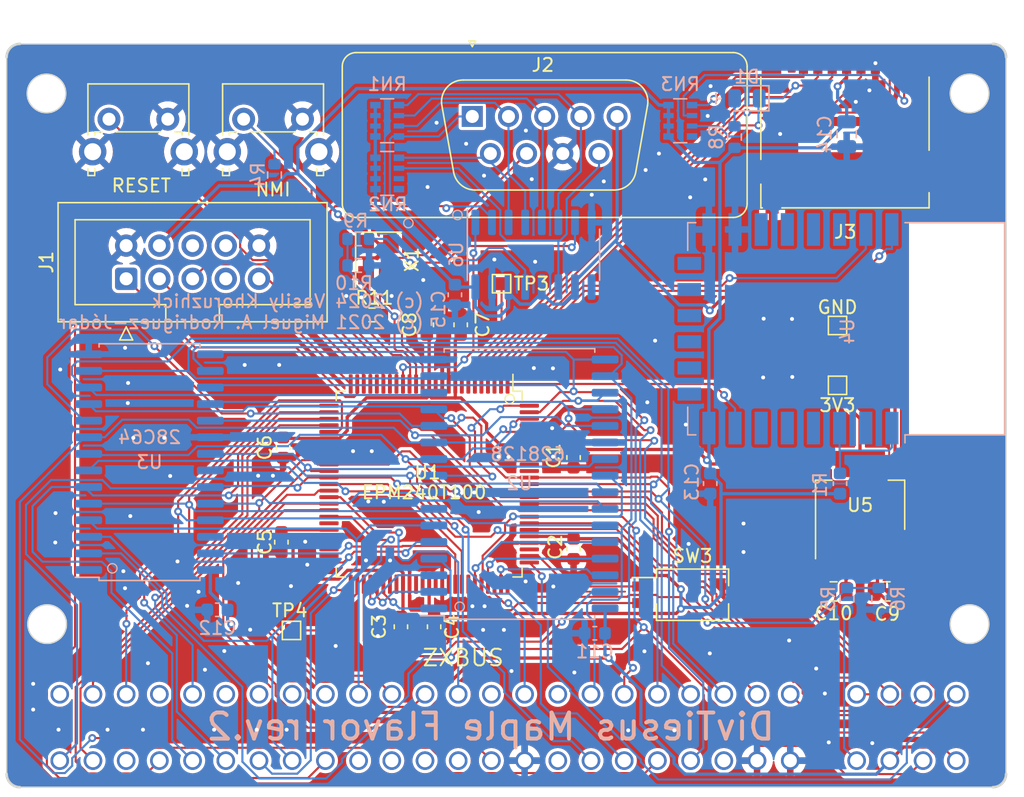
<source format=kicad_pcb>
(kicad_pcb (version 20240108) (generator "pcbnew") (generator_version "8.0")
  (layers (0 "F.Cu" signal) (31 "B.Cu" signal) (34 "B.Paste" user) (35 "F.Paste" user) (36 "B.SilkS" user "B.Silkscreen") (37 "F.SilkS" user "F.Silkscreen") (38 "B.Mask" user) (39 "F.Mask" user) (44 "Edge.Cuts" user))
  (net 0 "")
  (net 1 "+3V3")
  (net 2 "GND")
  (net 3 "+5V")
  (net 4 "Net-(U4-EN)")
  (net 5 "/3E")
  (net 6 "/SRAM_OE")
  (net 7 "/SRAM_WE")
  (net 8 "/EEPROM_OE")
  (net 9 "/EEPROM_WE")
  (net 10 "Net-(Z1-+9V)")
  (net 11 "/CS0")
  (net 12 "/MOSI")
  (net 13 "/SCK")
  (net 14 "/MISO")
  (net 15 "/DAT2")
  (net 16 "/DAT1")
  (net 18 "/RTS")
  (net 19 "/BANK3")
  (net 20 "/BANK1")
  (net 21 "/A12")
  (net 22 "/A7")
  (net 23 "/A6")
  (net 24 "/A5")
  (net 25 "/A4")
  (net 26 "/A3")
  (net 27 "/A2")
  (net 28 "/A1")
  (net 29 "/A0")
  (net 30 "/D0")
  (net 31 "/D1")
  (net 32 "/D2")
  (net 33 "/D3")
  (net 34 "/D4")
  (net 35 "/D5")
  (net 36 "/D6")
  (net 37 "/D7")
  (net 38 "/A10")
  (net 39 "/A11")
  (net 40 "/A9")
  (net 41 "/A8")
  (net 42 "/BANK0")
  (net 43 "/BANK5")
  (net 44 "/BANK2")
  (net 60 "/TXD")
  (net 61 "/RXD")
  (net 63 "/JTAG_TMS")
  (net 64 "/JTAG_TDI")
  (net 65 "/JTAG_TCK")
  (net 66 "/JTAG_TDO")
  (net 67 "/CLK_24MHZ")
  (net 79 "/RESET")
  (net 80 "/BUTTON")
  (net 81 "/A15")
  (net 82 "/A13")
  (net 83 "/ROM1OE")
  (net 84 "/NMI")
  (net 85 "/HALT")
  (net 86 "/MREQ")
  (net 87 "/IORQ")
  (net 88 "/RD")
  (net 89 "/WR")
  (net 90 "/WAIT")
  (net 91 "/M1")
  (net 92 "/RFSH")
  (net 93 "/A14")
  (net 94 "/IORQGE")
  (net 95 "/ROM2OE")
  (net 96 "/BUSRQ")
  (net 97 "/ROMCS")
  (net 98 "/BUSACK")
  (net 99 "/BANK4")
  (net 100 "/JOY_B2")
  (net 101 "/JOY_RT")
  (net 102 "/JOY_LF")
  (net 103 "/JOY_SEL")
  (net 104 "/JOY_DN")
  (net 105 "/JOY_B1")
  (net 106 "/JOY_UP")
  (net 108 "Net-(D1-A)")
  (net 109 "Net-(J2-Pad7)")
  (net 110 "Net-(U6-~{Q7})")
  (net 111 "/SHIFT_OUT")
  (net 112 "/SHIFT_PL")
  (net 113 "/SHIFT_CP")
  (net 119 "/JOY_TYPE")
  (net 120 "/DIVMMC_DIS")
  (net 122 "Net-(U1-IO1_8)")
  (net 137 "Net-(U1-IO2_52)")
  (footprint "Connector_Card:microSD_HC_Hirose_DM3D-SF" (layer "F.Cu") (at 126.868 92.364 180)
    (property "Reference" "J3")
    (property "Value" "SD_Card")
  )
  (footprint "Capacitor_SMD:C_0603_1608Metric" (layer "F.Cu") (at 106.107 124.247 -90)
    (property "Reference" "C2")
    (property "Value" "100nF")
  )
  (footprint "Capacitor_SMD:C_0603_1608Metric" (layer "F.Cu") (at 92.899 130.216 -90)
    (property "Reference" "C3")
    (property "Value" "100nF")
  )
  (footprint "DivTiesus Orig:CONECTOR_SIMPLE_CARA" (layer "F.Cu") (at 117.602 137.922 -90)
    (property "Reference" "Z1")
    (property "Value" "ZXBUS")
  )
  (footprint "Capacitor_SMD:C_0805_2012Metric" (layer "F.Cu") (at 125.996 127.508 180)
    (property "Reference" "C10")
    (property "Value" "10uF")
  )
  (footprint "TestPoint:TestPoint_Pad_1.0x1.0mm" (layer "F.Cu") (at 126.298 111.734)
    (property "Reference" "TP6")
    (property "Value" "3V3")
  )
  (footprint "Package_TO_SOT_SMD:SOT-223-3_TabPin2" (layer "F.Cu") (at 128.028 120.904 90)
    (property "Reference" "U5")
    (property "Value" "LM1117MP-3.3")
  )
  (footprint "Button_Switch_SMD:SW_DIP_SPSTx02_Slide_Copal_CHS-02B_W7.62mm_P1.27mm" (layer "F.Cu") (at 115.208 127.764)
    (property "Reference" "SW3")
    (property "Value" "SW_DIP_x02")
  )
  (footprint "TestPoint:TestPoint_Pad_1.0x1.0mm" (layer "F.Cu") (at 126.298 107.154)
    (property "Reference" "TP5")
    (property "Value" "GND")
  )
  (footprint "TestPoint:TestPoint_Pad_1.0x1.0mm" (layer "F.Cu") (at 100.598 103.954 180)
    (property "Reference" "TP3")
    (property "Value" "~")
  )
  (footprint "Capacitor_SMD:C_0603_1608Metric" (layer "F.Cu") (at 106.107 117.262 -90)
    (property "Reference" "C1")
    (property "Value" "100nF")
  )
  (footprint "Oscillator:Oscillator_SMD_SeikoEpson_SG8002CE-4Pin_3.2x2.5mm" (layer "F.Cu") (at 91.186 102.108 -90)
    (property "Reference" "X1")
    (property "Value" "24MHz")
  )
  (footprint "Capacitor_SMD:C_0603_1608Metric" (layer "F.Cu") (at 83.755 123.739 -90)
    (property "Reference" "C5")
    (property "Value" "100nF")
  )
  (footprint "Capacitor_SMD:C_0805_2012Metric" (layer "F.Cu") (at 130.06 127.508)
    (property "Reference" "C9")
    (property "Value" "10uF")
  )
  (footprint "Capacitor_SMD:C_0603_1608Metric" (layer "F.Cu") (at 83.882 116.5 -90)
    (property "Reference" "C6")
    (property "Value" "100nF")
  )
  (footprint "Connector_IDC:IDC-Header_2x05_P2.54mm_Vertical" (layer "F.Cu") (at 71.882 103.5804 90)
    (property "Reference" "J1")
    (property "Value" "JTAG")
  )
  (footprint "Button_Switch_THT:SW_Tactile_SPST_Angled_PTS645Vx58-2LFS" (layer "F.Cu") (at 70.567 91.363)
    (property "Reference" "SW1")
    (property "Value" "RESET")
  )
  (footprint "Capacitor_SMD:C_0603_1608Metric" (layer "F.Cu") (at 94.8802 107.102 90)
    (property "Reference" "C8")
    (property "Value" "100nF")
  )
  (footprint "TestPoint:TestPoint_Pad_1.0x1.0mm" (layer "F.Cu") (at 84.528 130.494 180)
    (property "Reference" "TP4")
    (property "Value" "~")
  )
  (footprint "Connector_Dsub:DSUB-9_Male_Vertical_P2.77x2.84mm" (layer "F.Cu") (at 98.358 91.1537)
    (property "Reference" "J2")
    (property "Value" "Joystick")
  )
  (footprint "Capacitor_SMD:C_0603_1608Metric" (layer "F.Cu") (at 97.471 107.102 90)
    (property "Reference" "C7")
    (property "Value" "100nF")
  )
  (footprint "Capacitor_SMD:C_0603_1608Metric" (layer "F.Cu") (at 95.439 130.216 -90)
    (property "Reference" "C4")
    (property "Value" "100nF")
  )
  (footprint "Button_Switch_THT:SW_Tactile_SPST_Angled_PTS645Vx58-2LFS" (layer "F.Cu") (at 80.868 91.363)
    (property "Reference" "SW2")
    (property "Value" "NMI")
  )
  (footprint "Resistor_SMD:R_0603_1608Metric" (layer "F.Cu") (at 90.693 106.344 180)
    (property "Reference" "R11")
    (property "Value" "510")
  )
  (footprint "Package_QFP:TQFP-100_14x14mm_P0.5mm" (layer "F.Cu") (at 95.058 119.294 -90)
    (property "Reference" "U1")
    (property "Value" "EPM240T100")
  )
  (footprint "Capacitor_SMD:C_0805_2012Metric" (layer "B.Cu") (at 126.998 92.514 -90)
    (property "Reference" "C14")
    (property "Value" "10uF")
  )
  (footprint "RF_Module:ESP-12E" (layer "B.Cu") (at 126.958 107.404 90)
    (property "Reference" "U4")
    (property "Value" "ESP-12E")
  )
  (footprint "Capacitor_SMD:C_0603_1608Metric" (layer "B.Cu") (at 107.732 130.714 180)
    (property "Reference" "C11")
    (property "Value" "100nF")
  )
  (footprint "Package_SO:SSOP-32_11.305x20.495mm_P1.27mm" (layer "B.Cu") (at 101.968 119.284)
    (property "Reference" "U2")
    (property "Value" "628128 ")
  )
  (footprint "Capacitor_SMD:C_0603_1608Metric" (layer "B.Cu") (at 78.862 128.917 180)
    (property "Reference" "C12")
    (property "Value" "100nF")
  )
  (footprint "Resistor_SMD:R_0603_1608Metric" (layer "B.Cu") (at 127.028 128.069 -90)
    (property "Reference" "R5")
    (property "Value" "22K")
  )
  (footprint "Resistor_SMD:R_Array_Convex_4x0603" (layer "B.Cu") (at 91.848 95.514 180)
    (property "Reference" "RN2")
    (property "Value" "10K")
  )
  (footprint "Capacitor_SMD:C_0603_1608Metric" (layer "B.Cu") (at 126.488 119.254 90)
    (property "Reference" "R1")
    (property "Value" "10K")
  )
  (footprint "Resistor_SMD:R_0603_1608Metric" (layer "B.Cu") (at 83.228 95.634 90)
    (property "Reference" "R4")
    (property "Value" "10K")
  )
  (footprint "Capacitor_SMD:C_0603_1608Metric" (layer "B.Cu") (at 97.028 104.804 -90)
    (property "Reference" "C15")
    (property "Value" "100nF")
  )
  (footprint "Resistor_SMD:R_0603_1608Metric" (layer "B.Cu") (at 89.638 100.524 180)
    (property "Reference" "R9")
    (property "Value" "510")
  )
  (footprint "Resistor_SMD:R_Array_Convex_4x0603" (layer "B.Cu") (at 91.848 91.484 180)
    (property "Reference" "RN1")
    (property "Value" "10K")
  )
  (footprint "Resistor_SMD:R_Array_Convex_4x0603" (layer "B.Cu") (at 114.268 91.484 180)
    (property "Reference" "RN3")
    (property "Value" "10K")
  )
  (footprint "Resistor_SMD:R_0603_1608Metric" (layer "B.Cu") (at 118.418 92.729 -90)
    (property "Reference" "R8")
    (property "Value" "1K")
  )
  (footprint "Package_SO:SOIC-16_3.9x9.9mm_P1.27mm" (layer "B.Cu") (at 103.038 101.734 -90)
    (property "Reference" "U6")
    (property "Value" "74HCT165D")
  )
  (footprint "Resistor_SMD:R_0603_1608Metric" (layer "B.Cu") (at 89.638 102.556)
    (property "Reference" "R10")
    (property "Value" "1K")
  )
  (footprint "Package_SO:SOIC-28W_7.5x17.9mm_P1.27mm" (layer "B.Cu") (at 73.668 117.614)
    (property "Reference" "U3")
    (property "Value" "28C64")
  )
  (footprint "Capacitor_SMD:C_0603_1608Metric" (layer "B.Cu") (at 116.558 119.254 -90)
    (property "Reference" "C13")
    (property "Value" "100nF")
  )
  (footprint "Resistor_SMD:R_0603_1608Metric" (layer "B.Cu") (at 129.448 128.069 -90)
    (property "Reference" "R6")
    (property "Value" "10K")
  )
  (footprint "LED_SMD:LED_0805_2012Metric" (layer "B.Cu") (at 119.368 89.764 180)
    (property "Reference" "D1")
    (property "Value" "SD Act")
  )
  (gr_circle (center 97.396 128.682) (end 97.03679 128.682) (stroke (width 0.1)) (fill none) (layer "B.SilkS"))
  (gr_circle (center 70.825 125.742) (end 70.46579 125.742) (stroke (width 0.1)) (fill none) (layer "B.SilkS"))
  (gr_circle (center 93.472 99.314) (end 93.11279 99.314) (stroke (width 0.1)) (fill none) (layer "B.SilkS"))
  (gr_circle (center 97.228 98.694) (end 96.86879 98.694) (stroke (width 0.1)) (fill none) (layer "B.SilkS"))
  (gr_circle (center 101.219 112.776) (end 101.57821 112.776) (stroke (width 0.1)) (fill none) (layer "F.SilkS"))
  (gr_arc (start 63.754 142.494) (mid 63.03558 142.19642) (end 62.738 141.478) (stroke (width 0.2)) (layer "Edge.Cuts"))
  (gr_circle (center 65.786 89.392) (end 67.267062 89.392) (stroke (width 0.1)) (fill none) (layer "Edge.Cuts"))
  (gr_arc (start 62.738 86.614) (mid 63.03558 85.89558) (end 63.754 85.598) (stroke (width 0.2)) (layer "Edge.Cuts"))
  (gr_circle (center 136.398 89.392) (end 137.879062 89.392) (stroke (width 0.1)) (fill none) (layer "Edge.Cuts"))
  (gr_line (start 138.176 85.598) (end 63.754 85.598) (stroke (width 0.1)) (layer "Edge.Cuts"))
  (gr_arc (start 139.192 141.478) (mid 138.89442 142.19642) (end 138.176 142.494) (stroke (width 0.2)) (layer "Edge.Cuts"))
  (gr_arc (start 138.176 85.598) (mid 138.89442 85.89558) (end 139.192 86.614) (stroke (width 0.2)) (layer "Edge.Cuts"))
  (gr_circle (center 65.8368 130.0132) (end 67.317862 130.0132) (stroke (width 0.1)) (fill none) (layer "Edge.Cuts"))
  (gr_line (start 139.192 141.478) (end 139.192 86.614) (stroke (width 0.1)) (layer "Edge.Cuts"))
  (gr_circle (center 136.398 130.0132) (end 137.879062 130.0132) (stroke (width 0.1)) (fill none) (layer "Edge.Cuts"))
  (gr_line (start 63.754 142.494) (end 138.176 142.494) (stroke (width 0.1)) (layer "Edge.Cuts"))
  (gr_line (start 62.738 86.614) (end 62.738 141.478) (stroke (width 0.1)) (layer "Edge.Cuts"))
  (gr_text "(c) 2024 Vasily Khoruzhick\n(c) 2021 Miguel A. Rodriguez-Jódar" (at 94.738 107.494 0) (layer "B.SilkS") (effects (font (size 1 1)) (justify left bottom mirror)))
  (gr_text "DivTiesus Maple Flavor rev.2" (at 121.668 139.039 0) (layer "B.SilkS") (effects (font (size 2 2) (thickness 0.3) (bold yes)) (justify left bottom mirror)))
  (gr_text "+" (at 117.718 90.294 0) (layer "B.SilkS") (effects (font (size 1 1)) (justify left bottom mirror)))
  (segment (start 88.7897 115.205064) (end 88.7897 114.1623) (width 0.25) (layer "F.Cu") (net 1))
  (segment (start 126.298 111.734) (end 126.298 112.5607) (width 0.25) (layer "F.Cu") (net 1))
  (segment (start 88.7897 114.1623) (end 90.258 112.694) (width 0.25) (layer "F.Cu") (net 1))
  (segment (start 87.3955 122.794) (end 83.925 122.794) (width 0.25) (layer "F.Cu") (net 1))
  (segment (start 101.6631 129.1957) (end 101.4178 129.441) (width 0.25) (layer "F.Cu") (net 1))
  (segment (start 92.136 100.908) (end 91.2093 100.908) (width 0.25) (layer "F.Cu") (net 1))
  (segment (start 93.058 126.9565) (end 93.058 126.0848) (width 0.25) (layer "F.Cu") (net 1))
  (segment (start 83.882 115.725) (end 83.951 115.794) (width 0.25) (layer "F.Cu") (net 1))
  (segment (start 97.058 108.29) (end 97.471 107.877) (width 0.25) (layer "F.Cu") (net 1))
  (segment (start 97.058 112.7023) (end 95.2465 112.7023) (width 0.25) (layer "F.Cu") (net 1))
  (segment (start 90.236 100.908) (end 90.236 100.3946) (width 0.25) (layer "F.Cu") (net 1))
  (segment (start 97.058 112.7023) (end 97.501 112.7023) (width 0.25) (layer "F.Cu") (net 1))
  (segment (start 112.2781 126.2941) (end 113.2715 126.2941) (width 0.25) (layer "F.Cu") (net 1))
  (segment (start 93.058 126.9565) (end 93.058 126.151236) (width 0.25) (layer "F.Cu") (net 1))
  (segment (start 126.946 126.606) (end 126.946 127.508) (width 0.25) (layer "F.Cu") (net 1))
  (segment (start 105.929 123.294) (end 106.107 123.472) (width 0.25) (layer "F.Cu") (net 1))
  (segment (start 126.993 87.014) (end 126.993 88.2157) (width 0.25) (layer "F.Cu") (net 1))
  (segment (start 109.456 123.472) (end 112.2781 126.2941) (width 0.25) (layer "F.Cu") (net 1))
  (segment (start 97.058 111.6315) (end 97.058 108.29) (width 0.25) (layer "F.Cu") (net 1))
  (segment (start 127.303 117.754) (end 128.028 118.479) (width 0.25) (layer "F.Cu") (net 1))
  (segment (start 97.501 112.7023) (end 99.452999 114.654299) (width 0.25) (layer "F.Cu") (net 1))
  (segment (start 94.8802 107.877) (end 95.058 108.0548) (width 0.25) (layer "F.Cu") (net 1))
  (segment (start 115.4841 116.644) (end 116.3045 117.4644) (width 0.25) (layer "F.Cu") (net 1))
  (segment (start 89.3298 99.8813) (end 88.0845 98.636) (width 0.25) (layer "F.Cu") (net 1))
  (segment (start 90.258 112.694) (end 94.8778 112.694) (width 0.25) (layer "F.Cu") (net 1))
  (segment (start 90.6959 100.3946) (end 91.2093 100.908) (width 0.25) (layer "F.Cu") (net 1))
  (segment (start 93.058 126.0848) (end 92.8672 125.894) (width 0.25) (layer "F.Cu") (net 1))
  (segment (start 87.3955 115.794) (end 88.200764 115.794) (width 0.25) (layer "F.Cu") (net 1))
  (segment (start 116.3045 117.4644) (end 116.5941 117.754) (width 0.25) (layer "F.Cu") (net 1))
  (segment (start 90.236 99.8813) (end 89.3298 99.8813) (width 0.25) (layer "F.Cu") (net 1))
  (segment (start 95.2465 112.7023) (end 95.058 112.5138) (width 0.25) (layer "F.Cu") (net 1))
  (segment (start 128.028 118.479) (end 128.028 124.054) (width 0.25) (layer "F.Cu") (net 1))
  (segment (start 116.5941 117.754) (end 127.303 117.754) (width 0.25) (layer "F.Cu") (net 1))
  (segment (start 114.31725 128.83825) (end 113.9598 129.1957) (width 0.25) (layer "F.Cu") (net 1))
  (segment (start 88.815236 125.894) (end 88.145236 126.564) (width 0.25) (layer "F.Cu") (net 1))
  (segment (start 126.298 112.5607) (end 128.018 114.2807) (width 0.25) (layer "F.Cu") (net 1))
  (segment (start 101.4178 129.441) (end 95.439 129.441) (width 0.25) (layer "F.Cu") (net 1))
  (segment (start 92.899 129.441) (end 95.439 129.441) (width 0.25) (layer "F.Cu") (net 1))
  (segment (start 128.018 114.2807) (end 128.018 117.744) (width 0.25) (layer "F.Cu") (net 1))
  (segment (start 83.951 115.794) (end 87.3955 115.794) (width 0.25) (layer "F.Cu") (net 1))
  (segment (start 92.8672 125.894) (end 88.815236 125.894) (width 0.25) (layer "F.Cu") (net 1))
  (segment (start 113.2715 126.2941) (end 114.318 127.3406) (width 0.25) (layer "F.Cu") (net 1))
  (segment (start 106.264 116.644) (end 115.4841 116.644) (width 0.25) (layer "F.Cu") (net 1))
  (segment (start 102.7205 116.294) (end 105.914 116.294) (width 0.25) (layer "F.Cu") (net 1))
  (segment (start 100.498 116.294) (end 102.7205 116.294) (width 0.25) (layer "F.Cu") (net 1))
  (segment (start 99.452999 114.654299) (end 99.452999 115.248999) (width 0.25) (layer "F.Cu") (net 1))
  (segment (start 85.598 126.564) (end 84.648 125.614) (width 0.25) (layer "F.Cu") (net 1))
  (segment (start 102.7205 123.294) (end 105.929 123.294) (width 0.25) (layer "F.Cu") (net 1))
  (segment (start 88.145236 126.564) (end 85.598 126.564) (width 0.25) (layer "F.Cu") (net 1))
  (segment (start 105.914 116.294) (end 106.107 116.487) (width 0.25) (layer "F.Cu") (net 1))
  (segment (start 106.107 116.487) (end 106.264 116.644) (width 0.25) (layer "F.Cu") (net 1))
  (segment (start 84.648 123.857) (end 83.755 122.964) (width 0.25) (layer "F.Cu") (net 1))
  (segment (start 106.107 123.472) (end 109.456 123.472) (width 0.25) (layer "F.Cu") (net 1))
  (segment (start 95.058 126.9565) (end 95.058 129.06) (width 0.25) (layer "F.Cu") (net 1))
  (segment (start 83.925 122.794) (end 83.755 122.964) (width 0.25) (layer "F.Cu") (net 1))
  (segment (start 126.993 88.2157) (end 126.9363 88.2157) (width 0.25) (layer "F.Cu") (net 1))
  (segment (start 128.028 117.754) (end 127.303 117.754) (width 0.25) (layer "F.Cu") (net 1))
  (segment (start 94.8778 112.694) (end 95.058 112.5138) (width 0.25) (layer "F.Cu") (net 1))
  (segment (start 97.058 112.7023) (end 97.058 111.6315) (width 0.25) (layer "F.Cu") (net 1))
  (segment (start 88.200764 115.794) (end 88.7897 115.205064) (width 0.25) (layer "F.Cu") (net 1))
  (segment (start 99.452999 115.248999) (end 100.498 116.294) (width 0.25) (layer "F.Cu") (net 1))
  (segment (start 93.058 129.282) (end 92.899 129.441) (width 0.25) (layer "F.Cu") (net 1))
  (segment (start 128.028 125.524) (end 126.946 126.606) (width 0.25) (layer "F.Cu") (net 1))
  (segment (start 113.9598 129.1957) (end 101.6631 129.1957) (width 0.25) (layer "F.Cu") (net 1))
  (segment (start 84.648 125.614) (end 84.648 123.857) (width 0.25) (layer "F.Cu") (net 1))
  (segment (start 128.028 124.054) (end 128.028 125.524) (width 0.25) (layer "F.Cu") (net 1))
  (segment (start 95.058 112.5138) (end 95.058 111.6315) (width 0.25) (layer "F.Cu") (net 1))
  (segment (start 90.236 100.3946) (end 90.6959 100.3946) (width 0.25) (layer "F.Cu") (net 1))
  (segment (start 128.018 117.744) (end 128.028 117.754) (width 0.25) (layer "F.Cu") (net 1))
  (segment (start 95.058 108.0548) (end 95.058 111.6315) (width 0.25) (layer "F.Cu") (net 1))
  (segment (start 90.236 100.3946) (end 90.236 99.8813) (width 0.25) (layer "F.Cu") (net 1))
  (segment (start 93.058 126.9565) (end 93.058 129.282) (width 0.25) (layer "F.Cu") (net 1))
  (segment (start 126.9363 88.2157) (end 126.3059 88.8461) (width 0.25) (layer "F.Cu") (net 1))
  (segment (start 95.058 129.06) (end 95.439 129.441) (width 0.25) (layer "F.Cu") (net 1))
  (via (at 114.31725 128.83825) (size 0.6) (drill 0.3) (layers "F.Cu" "B.Cu") (net 1))
  (via (at 114.318 127.3406) (size 0.6) (drill 0.3) (layers "F.Cu" "B.Cu") (net 1))
  (via (at 126.3059 88.8461) (size 0.6) (drill 0.3) (layers "F.Cu" "B.Cu") (net 1))
  (via (at 116.3045 117.4644) (size 0.6) (drill 0.3) (layers "F.Cu" "B.Cu") (net 1))
  (via (at 88.0845 98.636) (size 0.6) (drill 0.3) (layers "F.Cu" "B.Cu") (net 1))
  (segment (start 113.368 90.284) (end 113.368 91.084) (width 0.25) (layer "B.Cu") (net 1))
  (segment (start 125.008 93.554) (end 126.998 91.564) (width 0.25) (layer "B.Cu") (net 1))
  (segment (start 114.4217 128.7338) (end 116.4509 128.7338) (width 0.25) (layer "B.Cu") (net 1))
  (segment (start 113.368 90.284) (end 113.0047 90.284) (width 0.25) (layer "B.Cu") (net 1))
  (segment (start 116.558 118.479) (end 117.3862 119.3072) (width 0.25) (layer "B.Cu") (net 1))
  (segment (start 114.31725 128.83825) (end 114.4217 128.7338) (width 0.25) (layer "B.Cu") (net 1))
  (segment (start 116.458 117.4644) (end 116.558 117.5644) (width 0.25) (layer "B.Cu") (net 1))
  (segment (start 113.368 91.884) (end 113.368 92.684) (width 0.25) (layer "B.Cu") (net 1))
  (segment (start 79.0034 96.459) (end 74.422 101.0404) (width 0.25) (layer "B.Cu") (net 1))
  (segment (start 116.558 117.5644) (end 116.558 118.479) (width 0.25) (layer "B.Cu") (net 1))
  (segment (start 117.3862 127.7985) (end 117.3862 120.029) (width 0.25) (layer "B.Cu") (net 1))
  (segment (start 116.458 107.4427) (end 117.3031 106.5976) (width 0.25) (layer "B.Cu") (net 1))
  (segment (start 112.6413 90.284) (end 111.3775 89.0202) (width 0.25) (layer "B.Cu") (net 1))
  (segment (start 113.5497 91.884) (end 113.368 91.7023) (width 0.25) (layer "B.Cu") (net 1))
  (segment (start 84.152 95.535) (end 83.228 96.459) (width 0.25) (layer "B.Cu") (net 1))
  (segment (start 126.998 91.564) (end 126.998 90.434) (width 0.25) (layer "B.Cu") (net 1))
  (segment (start 113.368 91.7023) (end 113.368 91.084) (width 0.25) (layer "B.Cu") (net 1))
  (segment (start 113.368 92.684) (end 115.3529 94.6689) (width 0.25) (layer "B.Cu") (net 1))
  (segment (start 113.0047 90.284) (end 112.6413 90.284) (width 0.25) (layer "B.Cu") (net 1))
  (segment (start 117.3031 106.5976) (end 117.3031 94.6689) (width 0.25) (layer "B.Cu") (net 1))
  (segment (start 126.3059 89.7419) (end 126.3059 88.8461) (width 0.25) (layer "B.Cu") (net 1))
  (segment (start 118.418 93.554) (end 125.008 93.554) (width 0.25) (layer "B.Cu") (net 1))
  (segment (start 83.228 96.459) (end 79.0034 96.459) (width 0.25) (layer "B.Cu") (net 1))
  (segment (start 114.31725 128.83825) (end 114.318 128.8375) (width 0.25) (layer "B.Cu") (net 1))
  (segment (start 117.3862 120.029) (end 126.488 120.029) (width 0.25) (layer "B.Cu") (net 1))
  (segment (start 126.998 90.434) (end 126.3059 89.7419) (width 0.25) (layer "B.Cu") (net 1))
  (segment (start 116.458 117.4644) (end 116.3045 117.4644) (width 0.25) (layer "B.Cu") (net 1))
  (segment (start 85.0147 95.535) (end 88.0845 98.6048) (width 0.25) (layer "B.Cu") (net 1))
  (segment (start 115.3529 94.6689) (end 117.3031 94.6689) (width 0.25) (layer "B.Cu") (net 1))
  (segment (start 113.368 91.884) (end 113.5497 91.884) (width 0.25) (layer "B.Cu") (net 1))
  (segment (start 85.0147 93.5193) (end 85.0147 95.535) (width 0.25) (layer "B.Cu") (net 1))
  (segment (start 116.458 115.004) (end 116.458 117.4644) (width 0.25) (layer "B.Cu") (net 1))
  (segment (start 85.0147 95.535) (end 84.152 95.535) (width 0.25) (layer "B.Cu") (net 1))
  (segment (start 88.0845 98.6048) (end 88.0845 98.636) (width 0.25) (layer "B.Cu") (net 1))
  (segment (start 116.458 115.004) (end 116.458 107.4427) (width 0.25) (layer "B.Cu") (net 1))
  (segment (start 114.318 128.8375) (end 114.318 127.3406) (width 0.25) (layer "B.Cu") (net 1))
  (segment (start 117.3031 94.6689) (end 118.418 93.554) (width 0.25) (layer "B.Cu") (net 1))
  (segment (start 89.5138 89.0202) (end 85.0147 93.5193) (width 0.25) (layer "B.Cu") (net 1))
  (segment (start 117.3862 119.3072) (end 117.3862 120.029) (width 0.25) (layer "B.Cu") (net 1))
  (segment (start 116.4509 128.7338) (end 117.3862 127.7985) (width 0.25) (layer "B.Cu") (net 1))
  (segment (start 111.3775 89.0202) (end 89.5138 89.0202) (width 0.25) (layer "B.Cu") (net 1))
  (via (at 91.138 129.534) (size 0.6) (drill 0.3) (layers "F.Cu" "B.Cu") (net 2))
  (via (at 66.838 110.524) (size 0.6) (drill 0.3) (layers "F.Cu" "B.Cu") (net 2))
  (via (at 66.708 138.094) (size 0.6) (drill 0.3) (layers "F.Cu" "B.Cu") (net 2))
  (via (at 111.748 113.034) (size 0.6) (drill 0.3) (layers "F.Cu" "B.Cu") (net 2))
  (via (at 101.358 133.604) (size 0.6) (drill 0.3) (layers "F.Cu" "B.Cu") (net 2))
  (via (at 87.908 131.684) (size 0.6) (drill 0.3) (layers "F.Cu" "B.Cu") (net 2))
  (via (at 120.608 111.134) (size 0.6) (drill 0.3) (layers "F.Cu" "B.Cu") (net 2))
  (via (at 81.868 138.094) (size 0.6) (drill 0.3) (layers "F.Cu" "B.Cu") (net 2))
  (via (at 91.138 130.924) (size 0.6) (drill 0.3) (layers "F.Cu" "B.Cu") (net 2))
  (via (at 104.538 117.194) (size 0.6) (drill 0.3) (layers "F.Cu" "B.Cu") (net 2))
  (via (at 72.198 121.744) (size 0.6) (drill 0.3) (layers "F.Cu" "B.Cu") (net 2))
  (via (at 98.508 119.934) (size 0.6) (drill 0.3) (layers "F.Cu" "B.Cu") (net 2))
  (via (at 100.778 130.454) (size 0.6) (drill 0.3) (layers "F.Cu" "B.Cu") (net 2))
  (via (at 74.798 115.754) (size 0.6) (drill 0.3) (layers "F.Cu" "B.Cu") (net 2))
  (via (at 75.248 118.674) (size 0.6) (drill 0.3) (layers "F.Cu" "B.Cu") (net 2))
  (via (at 128.738 89.154) (size 0.6) (drill 0.3) (layers "F.Cu" "B.Cu") (net 2))
  (via (at 115.028 97.344) (size 0.6) (drill 0.3) (layers "F.Cu" "B.Cu") (net 2))
  (via (at 128.958 139.124) (size 0.6) (drill 0.3) (layers "F.Cu" "B.Cu") (net 2))
  (via (at 116.528 132.254) (size 0.6) (drill 0.3) (layers "F.Cu" "B.Cu") (net 2))
  (via (at 66.458 123.764) (size 0.6) (drill 0.3) (layers "F.Cu" "B.Cu") (net 2))
  (via (at 116.178 95.974) (size 0.6) (drill 0.3) (layers "F.Cu" "B.Cu") (net 2))
  (via (at 104.528 110.434) (size 0.6) (drill 0.3) (layers "F.Cu" "B.Cu") (net 2))
  (via (at 77.418 127.539) (size 0.6) (drill 0.3) (layers "F.Cu" "B.Cu") (net 2))
  (via (at 97.888 93.244) (size 0.6) (drill 0.3) (layers "F.Cu" "B.Cu") (net 2))
  (via (at 114.908 123.874) (size 0.6) (drill 0.3) (layers "F.Cu" "B.Cu") (net 2))
  (via (at 99.258 95.684) (size 0.6) (drill 0.3) (layers "F.Cu" "B.Cu") (net 2))
  (via (at 85.578 123.704) (size 0.6) (drill 0.3) (layers "F.Cu" "B.Cu") (net 2))
  (via (at 88.718 104.894) (size 0.6) (drill 0.3) (layers "F.Cu" "B.Cu") (net 2))
  (via (at 119.108 124.494) (size 0.6) (drill 0.3) (layers "F.Cu" "B.Cu") (net 2))
  (via (at 72.028 111.554) (size 0.6) (drill 0.3) (layers "F.Cu" "B.Cu") (net 2))
  (via (at 116.368 91.114) (size 0.6) (drill 0.3) (layers "F.Cu" "B.Cu") (net 2))
  (via (at 102.438 126.744) (size 0.6) (drill 0.3) (layers "F.Cu" "B.Cu") (net 2))
  (via (at 106.168 133.714) (size 0.6) (drill 0.3) (layers "F.Cu" "B.Cu") (net 2))
  (via (at 129.198 87.074) (size 0.6) (drill 0.3) (layers "F.Cu" "B.Cu") (net 2))
  (via (at 104.468 115.014) (size 0.6) (drill 0.3) (layers "F.Cu" "B.Cu") (net 2))
  (via (at 112.343 108.314) (size 0.6) (drill 0.3) (layers "F.Cu" "B.Cu") (net 2))
  (via (at 113.818 138.144) (size 0.6) (drill 0.3) (layers "F.Cu" "B.Cu") (net 2))
  (via (at 104.558 127.134) (size 0.6) (drill 0.3) (layers "F.Cu" "B.Cu") (net 2))
  (via (at 125.328 135.324) (size 0.6) (drill 0.3) (layers "F.Cu" "B.Cu") (net 2))
  (via (at 77.908 133.504) (size 0.6) (drill 0.3) (layers "F.Cu" "B.Cu") (net 2))
  (via (at 103.068 110.414) (size 0.6) (drill 0.3) (layers "F.Cu" "B.Cu") (net 2))
  (via (at 64.768 136.554) (size 0.6) (drill 0.3) (layers "F.Cu" "B.Cu") (net 2))
  (via (at 112.638 93.994) (size 0.6) (drill 0.3) (layers "F.Cu" "B.Cu") (net 2))
  (via (at 127.698 90.034) (size 0.6) (drill 0.3) (layers "F.Cu" "B.Cu") (net 2))
  (via (at 79.388 132.074) (size 0.6) (drill 0.3) (layers "F.Cu" "B.Cu") (net 2))
  (via (at 107.498 97.144) (size 0.6) (drill 0.3) (layers "F.Cu" "B.Cu") (net 2))
  (via (at 64.768 134.584) (size 0.6) (drill 0.3) (layers "F.Cu" "B.Cu") (net 2))
  (via (at 125.628 139.064) (size 0.6) (drill 0.3) (layers "F.Cu" "B.Cu") (net 2))
  (via (at 83.108 118.654) (size 0.6) (drill 0.3) (layers "F.Cu" "B.Cu") (net 2))
  (via (at 71.798 108.864) (size 0.6) (drill 0.3) (layers "F.Cu" "B.Cu") (net 2))
  (via (at 94.938 96.554) (size 0.6) (drill 0.3) (layers "F.Cu" "B.Cu") (net 2))
  (via (at 85.738 125.464) (size 0.6) (drill 0.3) (layers "F.Cu" "B.Cu") (net 2))
  (via (at 94.608 103.674) (size 0.6) (drill 0.3) (layers "F.Cu" "B.Cu") (net 2))
  (via (at 110.288 138.144) (size 0.6) (drill 0.3) (layers "F.Cu" "B.Cu") (net 2))
  (via (at 124.668 133.414) (size 0.6) (drill 0.3) (layers "F.Cu" "B.Cu") (net 2))
  (via (at 116.588 88.834) (size 0.6) (drill 0.3) (layers "F.Cu" "B.Cu") (net 2))
  (via (at 101.128 117.224) (size 0.6) (drill 0.3) (layers "F.Cu" "B.Cu") (net 2))
  (via (at 71.793 127.264) (size 0.6) (drill 0.3) (layers "F.Cu" "B.Cu") (net 2))
  (via (at 81.368 130.439) (size 0.6) (drill 0.3) (layers "F.Cu" "B.Cu") (net 2))
  (via (at 102.908 95.954) (size 0.6) (drill 0.3) (layers "F.Cu" "B.Cu") (net 2))
  (via (at 71.668 125.964) (size 0.6) (drill 0.3) (layers "F.Cu" "B.Cu") (net 2))
  (via (at 70.458 138.094) (size 0.6) (drill 0.3) (layers "F.Cu" "B.Cu") (net 2))
  (via (at 78.608 138.094) (size 0.6) (drill 0.3) (layers "F.Cu" "B.Cu") (net 2))
  (via (at 81.978 118.654) (size 0.6) (drill 0.3) (layers "F.Cu" "B.Cu") (net 2))
  (via (at 73.168 138.094) (size 0.6) (drill 0.3) (layers "F.Cu" "B.Cu") (net 2))
  (via (at 119.108 122.314) (size 0.6) (drill 0.3) (layers "F.Cu" "B.Cu") (net 2))
  (via (at 120.648 106.634) (size 0.6) (drill 0.3) (layers "F.Cu" "B.Cu") (net 2))
  (via (at 84.488 127.104) (size 0.6) (drill 0.3) (layers "F.Cu" "B.Cu") (net 2))
  (via (at 99.298 128.644) (size 0.6) (drill 0.3) (layers "F.Cu" "B.Cu") (net 2))
  (via (at 90.668 116.774) (size 0.6) (drill 0.3) (layers "F.Cu" "B.Cu") (net 2))
  (via (at 72.008 113.094) (size 0.6) (drill 0.3) (layers "F.Cu" "B.Cu") (net 2))
  (via (at 114.693 114.739) (size 0.6) (drill 0.3) (layers "F.Cu" "B.Cu") (net 2))
  (via (at 90.228 125.134) (size 0.6) (drill 0.3) (layers "F.Cu" "B.Cu") (net 2))
  (via (at 111.528 132.094) (size 0.6) (drill 0.3) (layers "F.Cu" "B.Cu") (net 2))
  (via (at 80.948 110.174) (size 0.6) (drill 0.3) (layers "F.Cu" "B.Cu") (net 2))
  (via (at 98.368 128.644) (size 0.6) (drill 0.3) (layers "F.Cu" "B.Cu") (net 2))
  (via (at 72.428 115.754) (size 0.6) (drill 0.3) (layers "F.Cu" "B.Cu") (net 2))
  (via (at 90.408 120.624) (size 0.6) (drill 0.3) (layers "F.Cu" "B.Cu") (net 2))
  (via (at 92.188 104.894) (size 0.6) (drill 0.3) (layers "F.Cu" "B.Cu") (net 2))
  (via (at 98.848 121.434) (size 0.6) (drill 0.3) (layers "F.Cu" "B.Cu") (net 2))
  (via (at 122.598 131.264) (size 0.6) (drill 0.3) (layers "F.Cu" "B.Cu") (net 2))
  (via (at 75.808 125.214) (size 0.6) (drill 0.3) (layers "F.Cu" "B.Cu") (net 2))
  (via (at 100.368 117.194) (size 0.6) (drill 0.3) (layers "F.Cu" "B.Cu") (net 2))
  (via (at 83.588 110.174) (size 0.6) (drill 0.3) (layers "F.Cu" "B.Cu") (net 2))
  (via (at 89.238 116.774) (size 0.6) (drill 0.3) (layers "F.Cu" "B.Cu") (net 2))
  (via (at 108.418 96.124) (size 0.6) (drill 0.3) (layers "F.Cu" "B.Cu") (net 2))
  (via (at 95.628 91.634) (size 0.6) (drill 0.3) (layers "F.Cu" "B.Cu") (net 2))
  (via (at 122.818 106.654) (size 0.6) (drill 0.3) (layers "F.Cu" "B.Cu") (net 2))
  (via (at 66.478 121.514) (size 0.6) (drill 0.3) (layers "F.Cu" "B.Cu") (net 2))
  (via (at 89.868 105.004) (size 0.6) (drill 0.3) (layers "F.Cu" "B.Cu") (net 2))
  (via (at 91.588 120.644) (size 0.6) (drill 0.3) (layers "F.Cu" "B.Cu") (net 2))
  (via (at 100.048 102.104) (size 0.6) (drill 0.3) (layers "F.Cu" "B.Cu") (net 2))
  (via (at 80.448 126.864) (size 0.6) (drill 0.3) (layers "F.Cu" "B.Cu") (net 2))
  (via (at 121.908 92.494) (size 0.6) (drill 0.3) (layers "F.Cu" "B.Cu") (net 2))
  (via (at 111.618 95.254) (size 0.6) (drill 0.3) (layers "F.Cu" "B.Cu") (net 2))
  (via (at 122.838 111.094) (size 0.6) (drill 0.3) (layers "F.Cu" "B.Cu") (net 2))
  (via (at 103.168 102.274) (size 0.6) (drill 0.3) (layers "F.Cu" "B.Cu") (net 2))
  (via (at 76.543 128.614) (size 0.6) (drill 0.3) (layers "F.Cu" "B.Cu") (net 2))
  (via (at 92.068 125.139) (size 0.6) (drill 0.3) (layers "F.Cu" "B.Cu") (net 2))
  (via (at 99.188 130.454) (size 0.6) (drill 0.3) (layers "F.Cu" "B.Cu") (net 2))
  (via (at 102.458 92.234) (size 0.6) (drill 0.3) (layers "F.Cu" "B.Cu") (net 2))
  (via (at 84.158 138.094) (size 0.6) (drill 0.3) (layers "F.Cu" "B.Cu") (net 2))
  (via (at 73.548 133.004) (size 0.6) (drill 0.3) (layers "F.Cu" "B.Cu") (net 2))
  (segment (start 136.4668 134.6218) (end 136.4668 140.9205) (width 0.25) (layer "F.Cu") (net 3))
  (segment (start 96.012 135.591) (end 94.8307 136.7723) (width 0.25) (layer "F.Cu") (net 3))
  (segment (start 85.011209 134.3458) (end 83.9198 134.3458) (width 0.25) (layer "F.Cu") (net 3))
  (segment (start 96.012 135.124) (end 96.012 135.591) (width 0.25) (layer "F.Cu") (net 3))
  (segment (start 79.9187 130.3447) (end 79.9187 130.0163) (width 0.25) (layer "F.Cu") (net 3))
  (segment (start 135.8375 141.5498) (end 134.93 141.5498) (width 0.25) (layer "F.Cu") (net 3))
  (segment (start 130.698 108.634) (end 130.698 123.6466) (width 0.25) (layer "F.Cu") (net 3))
  (segment (start 131.3448 139.4192) (end 130.302 140.462) (width 0.25) (layer "F.Cu") (net 3))
  (segment (start 130.2906 124.054) (end 130.2906 125.5814) (width 0.25) (layer "F.Cu") (net 3))
  (segment (start 130.2906 125.5814) (end 129.353 126.519) (width 0.25) (layer "F.Cu") (net 3))
  (segment (start 134.112 140.7318) (end 134.112 140.2612) (width 0.25) (layer "F.Cu") (net 3))
  (segment (start 108.7973 132.6097) (end 98.5263 132.6097) (width 0.25) (layer "F.Cu") (net 3))
  (segment (start 134.93 141.5498) (end 134.112 140.7318) (width 0.25) (layer "F.Cu") (net 3))
  (segment (start 94.8307 136.7723) (end 86.9826 136.7723) (width 0.25) (layer "F.Cu") (net 3))
  (segment (start 129.353 127.508) (end 129.11 127.508) (width 0.25) (layer "F.Cu") (net 3))
  (segment (start 117.5278 105.004) (end 127.068 105.004) (width 0.25) (layer "F.Cu") (net 3))
  (segment (start 130.698 123.6466) (end 130.2906 124.054) (width 0.25) (layer "F.Cu") (net 3))
  (segment (start 127.068 105.004) (end 130.698 108.634) (width 0.25) (layer "F.Cu") (net 3))
  (segment (start 86.9826 136.7723) (end 85.852 135.6417) (width 0.25) (layer "F.Cu") (net 3))
  (segment (start 98.5263 132.6097) (end 96.012 135.124) (width 0.25) (layer "F.Cu") (net 3))
  (segment (start 130.328 124.054) (end 130.2906 124.054) (width 0.25) (layer "F.Cu") (net 3))
  (segment (start 83.9198 134.3458) (end 79.9187 130.3447) (width 0.25) (layer "F.Cu") (net 3))
  (segment (start 85.852 135.6417) (end 85.852 135.186591) (width 0.25) (layer "F.Cu") (net 3))
  (segment (start 129.353 126.519) (end 129.353 127.508) (width 0.25) (layer "F.Cu") (net 3))
  (segment (start 85.852 135.186591) (end 85.011209 134.3458) (width 0.25) (layer "F.Cu") (net 3))
  (segment (start 116.5272 106.0046) (end 117.5278 105.004) (width 0.25) (layer "F.Cu") (net 3))
  (segment (start 133.27 139.4192) (end 131.3448 139.4192) (width 0.25) (layer "F.Cu") (net 3))
  (segment (start 129.353 127.508) (end 136.4668 134.6218) (width 0.25) (layer "F.Cu") (net 3))
  (segment (start 134.112 140.2612) (end 133.27 139.4192) (width 0.25) (layer "F.Cu") (net 3))
  (segment (start 136.4668 140.9205) (end 135.8375 141.5498) (width 0.25) (layer "F.Cu") (net 3))
  (via (at 116.5272 106.0046) (size 0.6) (drill 0.3) (layers "F.Cu" "B.Cu") (net 3))
  (via (at 108.7973 132.6097) (size 0.6) (drill 0.3) (layers "F.Cu" "B.Cu") (net 3))
  (via (at 79.9187 130.0163) (size 0.6) (drill 0.3) (layers "F.Cu" "B.Cu") (net 3))
  (segment (start 90.948 95.7323) (end 91.1297 95.914) (width 0.25) (layer "B.Cu") (net 3))
  (segment (start 90.948 95.114) (end 90.948 95.7323) (width 0.25) (layer "B.Cu") (net 3))
  (segment (start 101.133 104.6311) (end 102.0132 105.5113) (width 0.25) (layer "B.Cu") (net 3))
  (segment (start 106.213 104.209) (end 106.213 104.6155) (width 0.25) (layer "B.Cu") (net 3))
  (segment (start 98.593 104.209) (end 98.593 105.729) (width 0.25) (layer "B.Cu") (net 3))
  (segment (start 90.948 90.284) (end 90.938 90.294) (width 0.25) (layer "B.Cu") (net 3))
  (segment (start 102.0132 105.5113) (end 102.8021 105.5113) (width 0.25) (layer "B.Cu") (net 3))
  (segment (start 111.252 137.6884) (end 111.252 135.0644) (width 0.25) (layer "B.Cu") (net 3))
  (segment (start 90.948 94.314) (end 91.0389 94.314) (width 0.25) (layer "B.Cu") (net 3))
  (segment (start 105.3172 105.5113) (end 104.5439 105.5113) (width 0.25) (layer "B.Cu") (net 3))
  (segment (start 78.318 125.869) (end 78.318 127.598) (width 0.25) (layer "B.Cu") (net 3))
  (segment (start 90.948 96.714) (end 90.948 95.914) (width 0.25) (layer "B.Cu") (net 3))
  (segment (start 98.593 104.209) (end 97.208 104.209) (width 0.25) (layer "B.Cu") (net 3))
  (segment (start 90.938 90.294) (end 90.938 91.074) (width 0.25) (layer "B.Cu") (net 3))
  (segment (start 90.948 95.114) (end 91.0389 95.114) (width 0.25) (layer "B.Cu") (net 3))
  (segment (start 113.792 140.6717) (end 113.792 140.2284) (width 0.25) (layer "B.Cu") (net 3))
  (segment (start 109.303 100.6846) (end 106.213 103.7746) (width 0.25) (layer "B.Cu") (net 3))
  (segment (start 98.593 105.729) (end 99.288 106.424) (width 0.25) (layer "B.Cu") (net 3))
  (segment (start 90.948 91.884) (end 90.948 92.684) (width 0.25) (layer "B.Cu") (net 3))
  (segment (start 101.133 104.6311) (end 101.133 104.209) (width 0.25) (layer "B.Cu") (net 3))
  (segment (start 108.518 130.703) (end 108.518 128.809) (width 0.25) (layer "B.Cu") (net 3))
  (segment (start 114.1957 105.5773) (end 109.303 100.6846) (width 0.25) (layer "B.Cu") (net 3))
  (segment (start 90.938 94.2131) (end 90.938 92.694) (width 0.25) (layer "B.Cu") (net 3))
  (segment (start 111.252 135.0644) (end 108.7973 132.6097) (width 0.25) (layer "B.Cu") (net 3))
  (segment (start 90.948 97.949) (end 97.028 104.029) (width 0.25) (layer "B.Cu") (net 3))
  (segment (start 130.302 140.462) (end 129.2636 141.5004) (width 0.25) (layer "B.Cu") (net 3))
  (segment (start 103.673 104.6404) (end 103.673 104.209) (width 0.25) (layer "B.Cu") (net 3))
  (segment (start 108.507 132.3194) (end 108.507 130.714) (width 0.25) (layer "B.Cu") (net 3))
  (segment (start 109.438 100.5496) (end 109.438 91.1537) (width 0.25) (layer "B.Cu") (net 3))
  (segment (start 90.938 91.074) (end 90.948 91.084) (width 0.25) (layer "B.Cu") (net 3))
  (segment (start 129.2636 141.5004) (end 114.6207 141.5004) (width 0.25) (layer "B.Cu") (net 3))
  (segment (start 90.948 95.914) (end 91.1297 95.914) (width 0.25) (layer "B.Cu") (net 3))
  (segment (start 109.303 100.6846) (end 109.438 100.5496) (width 0.25) (layer "B.Cu") (net 3))
  (segment (start 100.478 106.424) (end 101.133 105.769) (width 0.25) (layer "B.Cu") (net 3))
  (segment (start 116.0999 105.5773) (end 114.1957 105.5773) (width 0.25) (layer "B.Cu") (net 3))
  (segment (start 104.5439 105.5113) (end 103.673 104.6404) (width 0.25) (layer "B.Cu") (net 3))
  (segment (start 99.288 106.424) (end 100.478 106.424) (width 0.25) (layer "B.Cu") (net 3))
  (segment (start 116.5272 106.0046) (end 116.0999 105.5773) (width 0.25) (layer "B.Cu") (net 3))
  (segment (start 91.0389 95.114) (end 90.938 95.0131) (width 0.25) (layer "B.Cu") (net 3))
  (segment (start 113.792 140.2284) (end 111.252 137.6884) (width 0.25) (layer "B.Cu") (net 3))
  (segment (start 97.208 104.209) (end 97.028 104.029) (width 0.25) (layer "B.Cu") (net 3))
  (segment (start 90.938 92.694) (end 90.948 92.684) (width 0.25) (layer "B.Cu") (net 3))
  (segment (start 78.318 127.598) (end 79.637 128.917) (width 0.25) (layer "B.Cu") (net 3))
  (segment (start 114.6207 141.5004) (end 113.792 140.6717) (width 0.25) (layer "B.Cu") (net 3))
  (segment (start 91.0389 94.314) (end 90.938 94.2131) (width 0.25) (layer "B.Cu") (net 3))
  (segment (start 108.7973 132.6097) (end 108.507 132.3194) (width 0.25) (layer "B.Cu") (net 3))
  (segment (start 106.213 104.6155) (end 105.3172 105.5113) (width 0.25) (layer "B.Cu") (net 3))
  (segment (start 90.938 94.324) (end 90.948 94.314) (width 0.25) (layer "B.Cu") (net 3))
  (segment (start 106.213 103.7746) (end 106.213 104.209) (width 0.25) (layer "B.Cu") (net 3))
  (segment (start 102.8021 105.5113) (end 103.673 104.6404) (width 0.25) (layer "B.Cu") (net 3))
  (segment (start 90.948 96.714) (end 90.948 97.949) (width 0.25) (layer "B.Cu") (net 3))
  (segment (start 90.938 95.0131) (end 90.938 94.324) (width 0.25) (layer "B.Cu") (net 3))
  (segment (start 79.637 128.917) (end 79.637 129.7346) (width 0.25) (layer "B.Cu") (net 3))
  (segment (start 108.507 130.714) (end 108.518 130.703) (width 0.25) (layer "B.Cu") (net 3))
  (segment (start 101.133 105.769) (end 101.133 104.6311) (width 0.25) (layer "B.Cu") (net 3))
  (segment (start 90.948 91.084) (end 90.948 91.884) (width 0.25) (layer "B.Cu") (net 3))
  (segment (start 79.637 129.7346) (end 79.9187 130.0163) (width 0.25) (layer "B.Cu") (net 3))
  (segment (start 126.458 116.6965) (end 126.488 116.7265) (width 0.16) (layer "B.Cu") (net 4))
  (segment (start 130.458 115.004) (end 130.458 116.4957) (width 0.16) (layer "B.Cu") (net 4))
  (segment (start 126.488 116.7265) (end 130.2272 116.7265) (width 0.16) (layer "B.Cu") (net 4))
  (segment (start 126.488 118.479) (end 126.488 116.7265) (width 0.16) (layer "B.Cu") (net 4))
  (segment (start 126.458 115.004) (end 126.458 116.6965) (width 0.16) (layer "B.Cu") (net 4))
  (segment (start 130.2272 116.7265) (end 130.458 116.4957) (width 0.16) (layer "B.Cu") (net 4))
  (segment (start 110.2147 127.9223) (end 110.358 127.779) (width 0.16) (layer "F.Cu") (net 5))
  (segment (start 110.358 127.779) (end 112.438 127.779) (width 0.16) (layer "F.Cu") (net 5))
  (segment (start 102.0238 127.9223) (end 110.2147 127.9223) (width 0.16) (layer "F.Cu") (net 5))
  (segment (start 112.603 127.944) (end 114.3832 127.944) (width 0.16) (layer "F.Cu") (net 5))
  (segment (start 101.058 126.9565) (end 102.0238 127.9223) (width 0.16) (layer "F.Cu") (net 5))
  (segment (start 112.438 127.779) (end 112.603 127.944) (width 0.16) (layer "F.Cu") (net 5))
  (segment (start 114.3832 127.944) (end 116.3514 129.9122) (width 0.16) (layer "F.Cu") (net 5))
  (via (at 116.3514 129.9122) (size 0.6) (drill 0.3) (layers "F.Cu" "B.Cu") (net 5))
  (segment (start 127.028 127.244) (end 124.3598 129.9122) (width 0.16) (layer "B.Cu") (net 5))
  (segment (start 124.3598 129.9122) (end 116.3514 129.9122) (width 0.16) (layer "B.Cu") (net 5))
  (segment (start 129.448 127.244) (end 127.028 127.244) (width 0.16) (layer "B.Cu") (net 5))
  (segment (start 99.058 126.9565) (end 99.153 126.8615) (width 0.16) (layer "F.Cu") (net 6))
  (segment (start 100.868 123.064) (end 100.868 122.3726) (width 0.16) (layer "F.Cu") (net 6))
  (segment (start 100.868 122.3726) (end 101.4743 121.7663) (width 0.16) (layer "F.Cu") (net 6))
  (segment (start 99.153 126.8615) (end 99.153 124.779) (width 0.16) (layer "F.Cu") (net 6))
  (segment (start 99.153 124.779) (end 100.868 123.064) (width 0.16) (layer "F.Cu") (net 6))
  (via (at 101.4743 121.7663) (size 0.6) (drill 0.3) (layers "F.Cu" "B.Cu") (net 6))
  (segment (start 109.7967 119.6113) (end 109.7967 121.5988) (width 0.16) (layer "B.Cu") (net 6))
  (segment (start 109.7967 121.5988) (end 109.6292 121.7663) (width 0.16) (layer "B.Cu") (net 6))
  (segment (start 108.518 118.649) (end 108.8344 118.649) (width 0.16) (layer "B.Cu") (net 6))
  (segment (start 109.6292 121.7663) (end 101.4743 121.7663) (width 0.16) (layer "B.Cu") (net 6))
  (segment (start 108.8344 118.649) (end 109.7967 119.6113) (width 0.16) (layer "B.Cu") (net 6))
  (segment (start 99.5581 125.5889) (end 99.5581 126.9565) (width 0.16) (layer "F.Cu") (net 7))
  (segment (start 99.693 125.454) (end 99.5581 125.5889) (width 0.16) (layer "F.Cu") (net 7))
  (segment (start 99.5581 126.9565) (end 99.558 126.9565) (width 0.16) (layer "F.Cu") (net 7))
  (via (at 99.693 125.454) (size 0.6) (drill 0.3) (layers "F.Cu" "B.Cu") (net 7))
  (segment (start 100.148 124.999) (end 108.518 124.999) (width 0.16) (layer "B.Cu") (net 7))
  (segment (start 99.693 125.454) (end 100.148 124.999) (width 0.16) (layer "B.Cu") (net 7))
  (segment (start 93.2312 120.1172) (end 97.558 124.444) (width 0.16) (layer "F.Cu") (net 8))
  (segment (start 92.248576 120.1172) (end 93.2312 120.1172) (width 0.16) (layer "F.Cu") (net 8))
  (segment (start 97.558 124.444) (end 97.558 126.9565) (width 0.16) (layer "F.Cu") (net 8))
  (segment (start 91.981876 119.8505) (end 92.248576 120.1172) (width 0.16) (layer "F.Cu") (net 8))
  (segment (start 88.653 119.8505) (end 91.981876 119.8505) (width 0.16) (layer "F.Cu") (net 8))
  (via (at 88.653 119.8505) (size 0.6) (drill 0.3) (layers "F.Cu" "B.Cu") (net 8))
  (segment (start 85.2001 118.8961) (end 85.204876 118.8961) (width 0.16) (layer "B.Cu") (net 8))
  (segment (start 84.308 118.004) (end 85.2001 118.8961) (width 0.16) (layer "B.Cu") (net 8))
  (segment (start 85.204876 118.8961) (end 85.512576 119.2038) (width 0.16) (layer "B.Cu") (net 8))
  (segment (start 78.563 118.004) (end 84.308 118.004) (width 0.16) (layer "B.Cu") (net 8))
  (segment (start 85.512576 119.2038) (end 88.0063 119.2038) (width 0.16) (layer "B.Cu") (net 8))
  (segment (start 78.318 118.249) (end 78.563 118.004) (width 0.16) (layer "B.Cu") (net 8))
  (segment (start 88.0063 119.2038) (end 88.653 119.8505) (width 0.16) (layer "B.Cu") (net 8))
  (segment (start 91.924324 124.079) (end 91.919324 124.074) (width 0.16) (layer "F.Cu") (net 9))
  (segment (start 96.4138 124.0298) (end 93.0324 124.0298) (width 0.16) (layer "F.Cu") (net 9))
  (segment (start 97.058 124.674) (end 96.4138 124.0298) (width 0.16) (layer "F.Cu") (net 9))
  (segment (start 97.058 126.9565) (end 97.058 124.674) (width 0.16) (layer "F.Cu") (net 9))
  (segment (start 88.9624 124.074) (end 88.906 124.0176) (width 0.16) (layer "F.Cu") (net 9))
  (segment (start 91.919324 124.074) (end 88.9624 124.074) (width 0.16) (layer "F.Cu") (net 9))
  (segment (start 93.0324 124.0298) (end 92.9832 124.079) (width 0.16) (layer "F.Cu") (net 9))
  (segment (start 92.9832 124.079) (end 91.924324 124.079) (width 0.16) (layer "F.Cu") (net 9))
  (via (at 88.906 124.0176) (size 0.6) (drill 0.3) (layers "F.Cu" "B.Cu") (net 9))
  (segment (start 88.3246 124.599) (end 88.906 124.0176) (width 0.16) (layer "B.Cu") (net 9))
  (segment (start 78.318 124.599) (end 88.3246 124.599) (width 0.16) (layer "B.Cu") (net 9))
  (segment (start 126.8022 129.1198) (end 126.8022 139.5022) (width 0.16) (layer "B.Cu") (net 10))
  (segment (start 126.8022 139.5022) (end 127.762 140.462) (width 0.16) (layer "B.Cu") (net 10))
  (segment (start 127.028 128.894) (end 126.8022 129.1198) (width 0.16) (layer "B.Cu") (net 10))
  (segment (start 124.1314 88.7923) (end 123.0782 88.7923) (width 0.16) (layer "F.Cu") (net 11))
  (segment (start 124.793 88.1307) (end 124.1314 88.7923) (width 0.16) (layer "F.Cu") (net 11))
  (segment (start 118.6515 91.839) (end 99.558 110.9325) (width 0.16) (layer "F.Cu") (net 11))
  (segment (start 124.793 87.014) (end 124.793 88.1307) (width 0.16) (layer "F.Cu") (net 11))
  (segment (start 99.558 110.9325) (end 99.558 111.6315) (width 0.16) (layer "F.Cu") (net 11))
  (segment (start 120.2508 91.839) (end 118.6515 91.839) (width 0.16) (layer "F.Cu") (net 11))
  (via (at 120.2508 91.839) (size 0.6) (drill 0.3) (layers "F.Cu" "B.Cu") (net 11))
  (via (at 123.0782 88.7923) (size 0.6) (drill 0.3) (layers "F.Cu" "B.Cu") (net 11))
  (segment (start 120.2508 91.839) (end 120.2508 89.8187) (width 0.16) (layer "B.Cu") (net 11))
  (segment (start 120.2508 89.8187) (end 120.3055 89.764) (width 0.16) (layer "B.Cu") (net 11))
  (segment (start 122.1065 89.764) (end 123.0782 88.7923) (width 0.16) (layer "B.Cu") (net 11))
  (segment (start 120.3055 89.764) (end 122.1065 89.764) (width 0.16) (layer "B.Cu") (net 11))
  (segment (start 98.058 111.6315) (end 98.058 110.8734) (width 0.16) (layer "F.Cu") (net 12))
  (segment (start 98.058 110.8734) (end 119.2639 89.6675) (width 0.16) (layer "F.Cu") (net 12))
  (segment (start 124.3562 89.6675) (end 125.893 88.1307) (width 0.16) (layer "F.Cu") (net 12))
  (segment (start 125.893 87.014) (end 125.893 88.1307) (width 0.16) (layer "F.Cu") (net 12))
  (segment (start 119.2639 89.6675) (end 124.3562 89.6675) (width 0.16) (layer "F.Cu") (net 12))
  (segment (start 119.1411 90.3161) (end 125.9076 90.3161) (width 0.16) (layer "F.Cu") (net 13))
  (segment (start 128.093 87.014) (end 128.093 88.1307) (width 0.16) (layer "F.Cu") (net 13))
  (segment (start 125.9076 90.3161) (end 128.093 88.1307) (width 0.16) (layer "F.Cu") (net 13))
  (segment (start 98.558 111.6315) (end 98.558 110.8992) (width 0.16) (layer "F.Cu") (net 13))
  (segment (start 98.558 110.8992) (end 119.1411 90.3161) (width 0.16) (layer "F.Cu") (net 13))
  (segment (start 99.058 110.8786) (end 119.0788 90.8578) (width 0.16) (layer "F.Cu") (net 14))
  (segment (start 128.7742 90.8578) (end 130.293 89.339) (width 0.16) (layer "F.Cu") (net 14))
  (segment (start 130.293 89.339) (end 130.293 87.014) (width 0.16) (layer "F.Cu") (net 14))
  (segment (start 119.0788 90.8578) (end 119.3654 90.8578) (width 0.16) (layer "F.Cu") (net 14))
  (segment (start 119.3654 90.8578) (end 128.7742 90.8578) (width 0.16) (layer "F.Cu") (net 14))
  (segment (start 99.058 111.6315) (end 99.058 110.8786) (width 0.16) (layer "F.Cu") (net 14))
  (via (at 119.3654 90.8578) (size 0.6) (drill 0.3) (layers "F.Cu" "B.Cu") (net 14))
  (segment (start 115.168 91.884) (end 117.1926 91.884) (width 0.16) (layer "B.Cu") (net 14))
  (segment (start 117.1926 91.884) (end 117.9926 92.684) (width 0.16) (layer "B.Cu") (net 14))
  (segment (start 117.9926 92.684) (end 118.8348 92.684) (width 0.16) (layer "B.Cu") (net 14))
  (segment (start 119.3654 92.1534) (end 119.3654 90.8578) (width 0.16) (layer "B.Cu") (net 14))
  (segment (start 118.8348 92.684) (end 119.3654 92.1534) (width 0.16) (layer "B.Cu") (net 14))
  (segment (start 123.693 87.014) (end 123.693 88.1307) (width 0.16) (layer "F.Cu") (net 15))
  (segment (start 123.693 88.1307) (end 118.525 88.1307) (width 0.16) (layer "F.Cu") (net 15))
  (segment (start 118.525 88.1307) (end 116.8501 89.8056) (width 0.16) (layer "F.Cu") (net 15))
  (via (at 116.8501 89.8056) (size 0.6) (drill 0.3) (layers "F.Cu" "B.Cu") (net 15))
  (segment (start 115.168 90.284) (end 116.3717 90.284) (width 0.16) (layer "B.Cu") (net 15))
  (segment (start 116.3717 90.284) (end 116.8501 89.8056) (width 0.16) (layer "B.Cu") (net 15))
  (segment (start 131.393 89.939) (end 131.393 87.014) (width 0.16) (layer "F.Cu") (net 16))
  (segment (start 131.408 89.954) (end 131.393 89.939) (width 0.16) (layer "F.Cu") (net 16))
  (via (at 131.408 89.954) (size 0.6) (drill 0.3) (layers "F.Cu" "B.Cu") (net 16))
  (segment (start 114.5263 89.5957) (end 114.5263 91.084) (width 0.16) (layer "B.Cu") (net 16))
  (segment (start 116.138 87.984) (end 114.5263 89.5957) (width 0.16) (layer "B.Cu") (net 16))
  (segment (start 131.408 89.954) (end 129.438 87.984) (width 0.16) (layer "B.Cu") (net 16))
  (segment (start 129.438 87.984) (end 116.138 87.984) (width 0.16) (layer "B.Cu") (net 16))
  (segment (start 114.5263 91.084) (end 115.168 91.084) (width 0.16) (layer "B.Cu") (net 16))
  (segment (start 116.7783 111.6315) (end 101.058 111.6315) (width 0.16) (layer "F.Cu") (net 18))
  (segment (start 117.6194 112.4726) (end 116.7783 111.6315) (width 0.16) (layer "F.Cu") (net 18))
  (via (at 117.6194 112.4726) (size 0.6) (drill 0.3) (layers "F.Cu" "B.Cu") (net 18))
  (segment (start 118.458 115.004) (end 118.458 113.5123) (width 0.16) (layer "B.Cu") (net 18))
  (segment (start 118.458 113.5123) (end 117.6194 112.6737) (width 0.16) (layer "B.Cu") (net 18))
  (segment (start 117.6194 112.6737) (end 117.6194 112.4726) (width 0.16) (layer "B.Cu") (net 18))
  (segment (start 91.5075 128.3665) (end 91.5075 128.3601) (width 0.16) (layer "F.Cu") (net 19))
  (segment (start 91.5075 128.3601) (end 91.058 127.9106) (width 0.16) (layer "F.Cu") (net 19))
  (segment (start 91.058 127.9106) (end 91.058 126.9565) (width 0.16) (layer "F.Cu") (net 19))
  (via (at 91.5075 128.3665) (size 0.6) (drill 0.3) (layers "F.Cu" "B.Cu") (net 19))
  (segment (start 92.335 127.539) (end 91.5075 128.3665) (width 0.16) (layer "B.Cu") (net 19))
  (segment (start 95.418 127.539) (end 92.335 127.539) (width 0.16) (layer "B.Cu") (net 19))
  (segment (start 90.558 128.1767) (end 90.558 126.9565) (width 0.16) (layer "F.Cu") (net 20))
  (segment (start 90.6728 128.2915) (end 90.558 128.1767) (width 0.16) (layer "F.Cu") (net 20))
  (via (at 90.6728 128.2915) (size 0.6) (drill 0.3) (layers "F.Cu" "B.Cu") (net 20))
  (segment (start 95.418 126.269) (end 92.6953 126.269) (width 0.16) (layer "B.Cu") (net 20))
  (segment (start 92.6953 126.269) (end 90.6728 128.2915) (width 0.16) (layer "B.Cu") (net 20))
  (segment (start 116.4829 135.6593) (end 120.158 139.3344) (width 0.16) (layer "F.Cu") (net 21))
  (segment (start 102.7205 121.794) (end 109.8392 121.794) (width 0.16) (layer "F.Cu") (net 21))
  (segment (start 97.392 131.914) (end 109.8111 131.914) (width 0.16) (layer "F.Cu") (net 21))
  (segment (start 96.742 132.564) (end 97.392 131.914) (width 0.16) (layer "F.Cu") (net 21))
  (segment (start 116.4829 135.2548) (end 116.4829 135.6593) (width 0.16) (layer "F.Cu") (net 21))
  (segment (start 111.4766 130.2485) (end 116.4829 135.2548) (width 0.16) (layer "F.Cu") (net 21))
  (segment (start 124.7252 139.3344) (end 126.884 141.4932) (width 0.16) (layer "F.Cu") (net 21))
  (segment (start 109.8392 121.794) (end 110.8952 122.85) (width 0.16) (layer "F.Cu") (net 21))
  (segment (start 126.884 141.4932) (end 131.8108 141.4932) (width 0.16) (layer "F.Cu") (net 21))
  (segment (start 120.158 139.3344) (end 124.7252 139.3344) (width 0.16) (layer "F.Cu") (net 21))
  (segment (start 131.8108 141.4932) (end 132.842 140.462) (width 0.16) (layer "F.Cu") (net 21))
  (segment (start 109.8111 131.914) (end 111.4766 130.2485) (width 0.16) (layer "F.Cu") (net 21))
  (via (at 111.4766 130.2485) (size 0.6) (drill 0.3) (layers "F.Cu" "B.Cu") (net 21))
  (via (at 110.8952 122.85) (size 0.6) (drill 0.3) (layers "F.Cu" "B.Cu") (net 21))
  (via (at 96.742 132.564) (size 0.6) (drill 0.3) (layers "F.Cu" "B.Cu") (net 21))
  (segment (start 74.6427 127.754724) (end 71.486976 124.599) (width 0.16) (layer "B.Cu") (net 21))
  (segment (start 88.3921 140.6094) (end 87.174 141.8275) (width 0.16) (layer "B.Cu") (net 21))
  (segment (start 80.7721 134.8181) (end 74.6427 128.6887) (width 0.16) (layer "B.Cu") (net 21))
  (segment (start 110.768 129.5399) (end 110.768 122.9772) (width 0.16) (layer "B.Cu") (net 21))
  (segment (start 96.742 132.564) (end 94.7134 132.564) (width 0.16) (layer "B.Cu") (net 21))
  (segment (start 96.742 132.564) (end 96.6885 132.5105) (width 0.16) (layer "B.Cu") (net 21))
  (segment (start 94.7134 132.564) (end 93.4721 133.8053) (width 0.16) (layer "B.Cu") (net 21))
  (segment (start 93.4721 133.8053) (end 93.4721 135.4918) (width 0.16) (layer "B.Cu") (net 21))
  (segment (start 110.768 122.9772) (end 110.8952 122.85) (width 0.16) (layer "B.Cu") (net 21))
  (segment (start 95.8124 124.999) (end 95.418 124.999) (width 0.16) (layer "B.Cu") (net 21))
  (segment (start 92.6004 136.3635) (end 92.3633 136.3635) (width 0.16) (layer "B.Cu") (net 21))
  (segment (start 71.486976 124.599) (end 69.018 124.599) (width 0.16) (layer "B.Cu") (net 21))
  (segment (start 96.6885 132.5105) (end 96.6885 125.8751) (width 0.16) (layer "B.Cu") (net 21))
  (segment (start 80.7721 140.5454) (end 80.7721 134.8181) (width 0.16) (layer "B.Cu") (net 21))
  (segment (start 92.3633 136.3635) (end 88.3921 140.3347) (width 0.16) (layer "B.Cu") (net 21))
  (segment (start 88.3921 140.3347) (end 88.3921 140.6094) (width 0.16) (layer "B.Cu") (net 21))
  (segment (start 82.0542 141.8275) (end 80.7721 140.5454) (width 0.16) (layer "B.Cu") (net 21))
  (segment (start 87.174 141.8275) (end 82.0542 141.8275) (width 0.16) (layer "B.Cu") (net 21))
  (segment (start 74.6427 128.6887) (end 74.6427 127.754724) (width 0.16) (layer "B.Cu") (net 21))
  (segment (start 96.6885 125.8751) (end 95.8124 124.999) (width 0.16) (layer "B.Cu") (net 21))
  (segment (start 93.4721 135.4918) (end 92.6004 136.3635) (width 0.16) (layer "B.Cu") (net 21))
  (segment (start 111.4766 130.2485) (end 110.768 129.5399) (width 0.16) (layer "B.Cu") (net 21))
  (segment (start 93.1492 124.464) (end 89.3401 124.464) (width 0.16) (layer "F.Cu") (net 22))
  (segment (start 93.2567 124.5715) (end 93.1492 124.464) (width 0.16) (layer "F.Cu") (net 22))
  (segment (start 89.3401 124.464) (end 88.9127 124.8914) (width 0.16) (layer "F.Cu") (net 22))
  (segment (start 88.5101 125.294) (end 87.3955 125.294) (width 0.16) (layer "F.Cu") (net 22))
  (segment (start 88.9127 124.8914) (end 88.5101 125.294) (width 0.16) (layer "F.Cu") (net 22))
  (via (at 93.2567 124.5715) (size 0.6) (drill 0.3) (layers "F.Cu" "B.Cu") (net 22))
  (via (at 88.9127 124.8914) (size 0.6) (drill 0.3) (layers "F.Cu" "B.Cu") (net 22))
  (segment (start 94.0992 123.729) (end 93.2567 124.5715) (width 0.16) (layer "B.Cu") (net 22))
  (segment (start 82.6393 131.294) (end 83.067 130.8663) (width 0.16) (layer "B.Cu") (net 22))
  (segment (start 83.067 130.8663) (end 88.9127 125.0206) (width 0.16) (layer "B.Cu") (net 22))
  (segment (start 95.418 123.729) (end 94.0992 123.729) (width 0.16) (layer "B.Cu") (net 22))
  (segment (start 69.018 123.329) (end 70.669524 123.329) (width 0.16) (layer "B.Cu") (net 22))
  (segment (start 88.9127 125.0206) (end 88.9127 124.8914) (width 0.16) (layer "B.Cu") (net 22))
  (segment (start 70.669524 123.329) (end 74.9627 127.622176) (width 0.16) (layer "B.Cu") (net 22))
  (segment (start 77.828 131.294) (end 82.6393 131.294) (width 0.16) (layer "B.Cu") (net 22))
  (segment (start 83.067 138.947) (end 84.582 140.462) (width 0.16) (layer "B.Cu") (net 22))
  (segment (start 83.067 130.8663) (end 83.067 138.947) (width 0.16) (layer "B.Cu") (net 22))
  (segment (start 74.9627 127.622176) (end 74.9627 128.4287) (width 0.16) (layer "B.Cu") (net 22))
  (segment (start 74.9627 128.4287) (end 77.828 131.294) (width 0.16) (layer "B.Cu") (net 22))
  (segment (start 88.6103 127.4042) (end 89.058 126.9565) (width 0.16) (layer "F.Cu") (net 23))
  (segment (start 87.7613 127.4042) (end 88.6103 127.4042) (width 0.16) (layer "F.Cu") (net 23))
  (via (at 87.7613 127.4042) (size 0.6) (drill 0.3) (layers "F.Cu" "B.Cu") (net 23))
  (segment (start 87.7613 127.4042) (end 86.0032 129.1623) (width 0.16) (layer "B.Cu") (net 23))
  (segment (start 88.6797 122.694) (end 89.5056 123.5199) (width 0.16) (layer "B.Cu") (net 23))
  (segment (start 84.9705 141.4623) (end 83.0423 141.4623) (width 0.16) (layer "B.Cu") (net 23))
  (segment (start 86.0032 129.1623) (end 86.0032 140.4296) (width 0.16) (layer "B.Cu") (net 23))
  (segment (start 69.018 122.059) (end 69.653 122.694) (width 0.16) (layer "B.Cu") (net 23))
  (segment (start 95.418 122.459) (end 90.5665 122.459) (width 0.16) (layer "B.Cu") (net 23))
  (segment (start 69.653 122.694) (end 88.6797 122.694) (width 0.16) (layer "B.Cu") (net 23))
  (segment (start 83.0423 141.4623) (end 82.042 140.462) (width 0.16) (layer "B.Cu") (net 23))
  (segment (start 89.5056 125.6599) (end 87.7613 127.4042) (width 0.16) (layer "B.Cu") (net 23))
  (segment (start 90.5665 122.459) (end 89.5056 123.5199) (width 0.16) (layer "B.Cu") (net 23))
  (segment (start 89.5056 123.5199) (end 89.5056 125.6599) (width 0.16) (layer "B.Cu") (net 23))
  (segment (start 86.0032 140.4296) (end 84.9705 141.4623) (width 0.16) (layer "B.Cu") (net 23))
  (segment (start 73.2599 126.5681) (end 73.2599 128.37) (width 0.16) (layer "F.Cu") (net 24))
  (segment (start 76.6992 123.1288) (end 73.2599 126.5681) (width 0.16) (layer "F.Cu") (net 24))
  (segment (start 76.6992 120.8699) (end 76.6992 123.1288) (width 0.16) (layer "F.Cu") (net 24))
  (segment (start 83.6444 113.294) (end 76.6992 120.2392) (width 0.16) (layer "F.Cu") (net 24))
  (segment (start 87.3955 113.294) (end 83.6444 113.294) (width 0.16) (layer "F.Cu") (net 24))
  (segment (start 76.6992 120.2392) (end 76.6992 120.8699) (width 0.16) (layer "F.Cu") (net 24))
  (via (at 73.2599 128.37) (size 0.6) (drill 0.3) (layers "F.Cu" "B.Cu") (net 24))
  (via (at 76.6992 120.8699) (size 0.6) (drill 0.3) (layers "F.Cu" "B.Cu") (net 24))
  (segment (start 95.2419 121.3651) (end 77.1944 121.3651) (width 0.16) (layer "B.Cu") (net 24))
  (segment (start 95.418 121.189) (end 95.2419 121.3651) (width 0.16) (layer "B.Cu") (net 24))
  (segment (start 76.6183 120.789) (end 76.6992 120.8699) (width 0.16) (layer "B.Cu") (net 24))
  (segment (start 75.7539 130.864) (end 75.7539 136.7139) (width 0.16) (layer "B.Cu") (net 24))
  (segment (start 69.018 120.789) (end 76.6183 120.789) (width 0.16) (layer "B.Cu") (net 24))
  (segment (start 73.2599 128.37) (end 75.7539 130.864) (width 0.16) (layer "B.Cu") (net 24))
  (segment (start 77.1944 121.3651) (end 76.6992 120.8699) (width 0.16) (layer "B.Cu") (net 24))
  (segment (start 75.7539 136.7139) (end 79.502 140.462) (width 0.16) (layer "B.Cu") (net 24))
  (segment (start 87.3955 113.794) (end 83.649 113.794) (width 0.16) (layer "F.Cu") (net 25))
  (segment (start 83.649 113.794) (end 80.438 117.005) (width 0.16) (layer "F.Cu") (net 25))
  (segment (start 80.438 117.005) (end 80.438 119.458) (width 0.16) (layer "F.Cu") (net 25))
  (segment (start 80.438 119.458) (end 79.7329 120.1631) (width 0.16) (layer "F.Cu") (net 25))
  (via (at 79.7329 120.1631) (size 0.6) (drill 0.3) (layers "F.Cu" "B.Cu") (net 25))
  (segment (start 69.3401 120.1631) (end 69.018 119.841) (width 0.16) (layer "B.Cu") (net 25))
  (segment (start 64.718 124.474) (end 64.718 120.984) (width 0.16) (layer "B.Cu") (net 25))
  (segment (start 82.832676 120.744) (end 82.251776 120.1631) (width 0.16) (layer "B.Cu") (net 25))
  (segment (start 65.478 125.234) (end 64.718 124.474) (width 0.16) (layer "B.Cu") (net 25))
  (segment (start 76.962 140.462) (end 75.4036 138.9036) (width 0.16) (layer "B.Cu") (net 25))
  (segment (start 82.251776 120.1631) (end 79.7329 120.1631) (width 0.16) (layer "B.Cu") (net 25))
  (segment (start 70.018 125.234) (end 65.478 125.234) (width 0.16) (layer "B.Cu") (net 25))
  (segment (start 69.018 119.519) (end 69.018 119.841) (width 0.16) (layer "B.Cu") (net 25))
  (segment (start 70.7526 125.9686) (end 70.018 125.234) (width 0.16) (layer "B.Cu") (net 25))
  (segment (start 68.696 119.519) (end 69.018 119.841) (width 0.16) (layer "B.Cu") (net 25))
  (segment (start 75.4036 138.9036) (end 75.4036 132.2496) (width 0.16) (layer "B.Cu") (net 25))
  (segment (start 75.4036 132.2496) (end 70.7526 127.5986) (width 0.16) (layer "B.Cu") (net 25))
  (segment (start 79.7329 120.1631) (end 69.3401 120.1631) (width 0.16) (layer "B.Cu") (net 25))
  (segment (start 64.718 120.984) (end 66.183 119.519) (width 0.16) (layer "B.Cu") (net 25))
  (segment (start 95.383 119.954) (end 89.708 119.954) (width 0.16) (layer "B.Cu") (net 25))
  (segment (start 66.183 119.519) (end 68.696 119.519) (width 0.16) (layer "B.Cu") (net 25))
  (segment (start 89.708 119.954) (end 88.918 120.744) (width 0.16) (layer "B.Cu") (net 25))
  (segment (start 88.918 120.744) (end 82.832676 120.744) (width 0.16) (layer "B.Cu") (net 25))
  (segment (start 70.7526 127.5986) (end 70.7526 125.9686) (width 0.16) (layer "B.Cu") (net 25))
  (segment (start 95.418 119.919) (end 95.383 119.954) (width 0.16) (layer "B.Cu") (net 25))
  (segment (start 98.568 117.389) (end 99.893 118.714) (width 0.16) (layer "F.Cu") (net 26))
  (segment (start 96.8187 122.4947) (end 96.9995 122.4947) (width 0.16) (layer "F.Cu") (net 26))
  (segment (start 100.5015 113.562) (end 100.7695 113.294) (width 0.16) (layer "F.Cu") (net 26))
  (segment (start 93.596 119.272) (end 96.8187 122.4947) (width 0.16) (layer "F.Cu") (net 26))
  (segment (start 100.7695 113.294) (end 102.7205 113.294) (width 0.16) (layer "F.Cu") (net 26))
  (segment (start 98.568 115.264) (end 98.568 117.389) (width 0.16) (layer "F.Cu") (net 26))
  (segment (start 98.293 114.989) (end 98.568 115.264) (width 0.16) (layer "F.Cu") (net 26))
  (segment (start 93.596 118.6442) (end 93.596 119.272) (width 0.16) (layer "F.Cu") (net 26))
  (via (at 93.596 118.6442) (size 0.6) (drill 0.3) (layers "F.Cu" "B.Cu") (net 26))
  (via (at 99.893 118.714) (size 0.6) (drill 0.3) (layers "F.Cu" "B.Cu") (net 26))
  (via (at 98.293 114.989) (size 0.6) (drill 0.3) (layers "F.Cu" "B.Cu") (net 26))
  (via (at 100.5015 113.562) (size 0.6) (drill 0.3) (layers "F.Cu" "B.Cu") (net 26))
  (via (at 96.9995 122.4947) (size 0.6) (drill 0.3) (layers "F.Cu" "B.Cu") (net 26))
  (segment (start 100.8064 133.7479) (end 100.8064 135.2218) (width 0.16) (layer "B.Cu") (net 26))
  (segment (start 95.418 118.649) (end 93.6008 118.649) (width 0.16) (layer "B.Cu") (net 26))
  (segment (start 93.6008 118.649) (end 93.596 118.6442) (width 0.16) (layer "B.Cu") (net 26))
  (segment (start 98.293 114.989) (end 99.72 113.562) (width 0.16) (layer "B.Cu") (net 26))
  (segment (start 85.633448 118.6442) (end 93.596 118.6442) (width 0.16) (layer "B.Cu") (net 26))
  (segment (start 99.833 118.654) (end 95.423 118.654) (width 0.16) (layer "B.Cu") (net 26))
  (segment (start 97.6337 123.3401) (end 97.6337 130.5752) (width 0.16) (layer "B.Cu") (net 26))
  (segment (start 69.748 117.519) (end 79.3587 117.519) (width 0.16) (layer "B.Cu") (net 26))
  (segment (start 84.483248 117.494) (end 85.633448 118.6442) (width 0.16) (layer "B.Cu") (net 26))
  (segment (start 69.018 118.249) (end 69.748 117.519) (width 0.16) (layer "B.Cu") (net 26))
  (segment (start 96.9995 122.4947) (end 96.9995 122.7059) (width 0.16) (layer "B.Cu") (net 26))
  (segment (start 97.6337 130.5752) (end 100.8064 133.7479) (width 0.16) (layer "B.Cu") (net 26))
  (segment (start 100.8064 135.2218) (end 104.5536 138.969) (width 0.16) (layer "B.Cu") (net 26))
  (segment (start 79.3837 117.494) (end 84.483248 117.494) (width 0.16) (layer "B.Cu") (net 26))
  (segment (start 96.9995 122.7059) (end 97.6337 123.3401) (width 0.16) (layer "B.Cu") (net 26))
  (segment (start 104.5536 138.969) (end 105.949 138.969) (width 0.16) (layer "B.Cu") (net 26))
  (segment (start 95.423 118.654) (end 95.418 118.649) (width 0.16) (layer "B.Cu") (net 26))
  (segment (start 79.3587 117.519) (end 79.3837 117.494) (width 0.16) (layer "B.Cu") (net 26))
  (segment (start 99.893 118.714) (end 99.833 118.654) (width 0.16) (layer "B.Cu") (net 26))
  (segment (start 105.949 138.969) (end 107.442 140.462) (width 0.16) (layer "B.Cu") (net 26))
  (segment (start 99.72 113.562) (end 100.5015 113.562) (width 0.16) (layer "B.Cu") (net 26))
  (segment (start 97.843 122.574524) (end 97.843 122.7834) (width 0.16) (layer "F.Cu") (net 27))
  (segment (start 94.136 118.2581) (end 94.136 119.202) (width 0.16) (layer "F.Cu") (net 27))
  (segment (start 93.2567 117.3788) (end 94.136 118.2581) (width 0.16) (layer "F.Cu") (net 27))
  (segment (start 101.9215 114.294) (end 102.7205 114.294) (width 0.16) (layer "F.Cu") (net 27))
  (segment (start 97.223176 121.9547) (end 97.843 122.574524) (width 0.16) (layer "F.Cu") (net 27))
  (segment (start 101.5042 114.7113) (end 101.9215 114.294) (width 0.16) (layer "F.Cu") (net 27))
  (segment (start 96.8887 121.9547) (end 97.223176 121.9547) (width 0.16) (layer "F.Cu") (net 27))
  (segment (start 94.136 119.202) (end 96.8887 121.9547) (width 0.16) (layer "F.Cu") (net 27))
  (via (at 97.843 122.7834) (size 0.6) (drill 0.3) (layers "F.Cu" "B.Cu") (net 27))
  (via (at 101.5042 114.7113) (size 0.6) (drill 0.3) (layers "F.Cu" "B.Cu") (net 27))
  (via (at 93.2567 117.3788) (size 0.6) (drill 0.3) (layers "F.Cu" "B.Cu") (net 27))
  (segment (start 77.3223 116.394) (end 84.298 116.394) (width 0.16) (layer "B.Cu") (net 27))
  (segment (start 106.364 136.844) (end 109.982 140.462) (width 0.16) (layer "B.Cu") (net 27))
  (segment (start 95.418 117.379) (end 93.2569 117.379) (width 0.16) (layer "B.Cu") (net 27))
  (segment (start 101.5042 114.7113) (end 101.2672 114.9483) (width 0.16) (layer "B.Cu") (net 27))
  (segment (start 98.0696 123.01) (end 98.0696 125.945) (width 0.16) (layer "B.Cu") (net 27))
  (segment (start 101.2672 115.322776) (end 100.025976 116.564) (width 0.16) (layer "B.Cu") (net 27))
  (segment (start 100.025976 116.564) (end 98.3966 116.564) (width 0.16) (layer "B.Cu") (net 27))
  (segment (start 69.018 116.979) (end 69.113 117.074) (width 0.16) (layer "B.Cu") (net 27))
  (segment (start 76.6423 117.074) (end 77.3223 116.394) (width 0.16) (layer "B.Cu") (net 27))
  (segment (start 101.1971 127.6805) (end 103.598 130.0814) (width 0.16) (layer "B.Cu") (net 27))
  (segment (start 84.298 116.394) (end 85.168 115.524) (width 0.16) (layer "B.Cu") (net 27))
  (segment (start 69.113 117.074) (end 76.6423 117.074) (width 0.16) (layer "B.Cu") (net 27))
  (segment (start 101.2672 114.9483) (end 101.2672 115.322776) (width 0.16) (layer "B.Cu") (net 27))
  (segment (start 104.358 136.844) (end 106.364 136.844) (width 0.16) (layer "B.Cu") (net 27))
  (segment (start 99.8051 127.6805) (end 101.1971 127.6805) (width 0.16) (layer "B.Cu") (net 27))
  (segment (start 93.2569 117.379) (end 93.2567 117.3788) (width 0.16) (layer "B.Cu") (net 27))
  (segment (start 91.4019 115.524) (end 93.2567 117.3788) (width 0.16) (layer "B.Cu") (net 27))
  (segment (start 85.168 115.524) (end 91.4019 115.524) (width 0.16) (layer "B.Cu") (net 27))
  (segment (start 103.598 136.084) (end 104.358 136.844) (width 0.16) (layer "B.Cu") (net 27))
  (segment (start 97.843 122.7834) (end 98.0696 123.01) (width 0.16) (layer "B.Cu") (net 27))
  (segment (start 98.0696 125.945) (end 99.8051 127.6805) (width 0.16) (layer "B.Cu") (net 27))
  (segment (start 97.5816 117.379) (end 95.418 117.379) (width 0.16) (layer "B.Cu") (net 27))
  (segment (start 98.3966 116.564) (end 97.5816 117.379) (width 0.16) (layer "B.Cu") (net 27))
  (segment (start 103.598 130.0814) (end 103.598 136.084) (width 0.16) (layer "B.Cu") (net 27))
  (segment (start 96.8159 141.4149) (end 111.5691 141.4149) (width 0.16) (layer "F.Cu") (net 28))
  (segment (start 96.0121 140.3436) (end 96.0121 140.6111) (width 0.16) (layer "F.Cu") (net 28))
  (segment (start 70.679 138.734) (end 71.4238 139.4788) (width 0.16) (layer "F.Cu") (net 28))
  (segment (start 69.288 138.734) (end 70.679 138.734) (width 0.16) (layer "F.Cu") (net 28))
  (segment (start 100.929761 115.294) (end 102.7205 115.294) (width 0.16) (layer "F.Cu") (net 28))
  (segment (start 71.4238 139.4788) (end 95.1473 139.4788) (width 0.16) (layer "F.Cu") (net 28))
  (segment (start 96.0121 140.6111) (end 96.8159 141.4149) (width 0.16) (layer "F.Cu") (net 28))
  (segment (start 100.7272 115.091439) (end 100.929761 115.294) (width 0.16) (layer "F.Cu") (net 28))
  (segment (start 111.5691 141.4149) (end 112.522 140.462) (width 0.16) (layer "F.Cu") (net 28))
  (segment (start 95.1473 139.4788) (end 96.0121 140.3436) (width 0.16) (layer "F.Cu") (net 28))
  (via (at 100.7272 115.091439) (size 0.6) (drill 0.3) (layers "F.Cu" "B.Cu") (net 28))
  (via (at 69.288 138.734) (size 0.6) (drill 0.3) (layers "F.Cu" "B.Cu") (net 28))
  (segment (start 70.243 115.709) (end 71.588 114.364) (width 0.16) (layer "B.Cu") (net 28))
  (segment (start 63.748 120.6625) (end 68.7015 115.709) (width 0.16) (layer "B.Cu") (net 28))
  (segment (start 71.588 114.364) (end 76.6623 114.364) (width 0.16) (layer "B.Cu") (net 28))
  (segment (start 66.3146 141.4149) (end 63.748 138.8483) (width 0.16) (layer "B.Cu") (net 28))
  (segment (start 76.6623 114.364) (end 77.2773 114.979) (width 0.16) (layer "B.Cu") (net 28))
  (segment (start 69.018 115.709) (end 70.243 115.709) (width 0.16) (layer "B.Cu") (net 28))
  (segment (start 67.7532 140.856) (end 67.1943 141.4149) (width 0.16) (layer "B.Cu") (net 28))
  (segment (start 99.709639 116.109) (end 95.418 116.109) (width 0.16) (layer "B.Cu") (net 28))
  (segment (start 93.4811 116.109) (end 95.418 116.109) (width 0.16) (layer "B.Cu") (net 28))
  (segment (start 77.2773 114.979) (end 92.3511 114.979) (width 0.16) (layer "B.Cu") (net 28))
  (segment (start 68.7015 115.709) (end 69.018 115.709) (width 0.16) (layer "B.Cu") (net 28))
  (segment (start 100.7272 115.091439) (end 99.709639 116.109) (width 0.16) (layer "B.Cu") (net 28))
  (segment (start 63.748 138.8483) (end 63.748 120.6625) (width 0.16) (layer "B.Cu") (net 28))
  (segment (start 67.1943 141.4149) (end 66.3146 141.4149) (width 0.16) (layer "B.Cu") (net 28))
  (segment (start 67.7532 140.2688) (end 67.7532 140.856) (width 0.16) (layer "B.Cu") (net 28))
  (segment (start 69.288 138.734) (end 67.7532 140.2688) (width 0.16) (layer "B.Cu") (net 28))
  (segment (start 92.3511 114.979) (end 93.4811 116.109) (width 0.16) (layer "B.Cu") (net 28))
  (segment (start 99.048 116.934) (end 100.908 118.794) (width 0.16) (layer "F.Cu") (net 29))
  (segment (start 111.9806 118.794) (end 112.0505 118.7241) (width 0.16) (layer "F.Cu") (net 29))
  (segment (start 113.4068 122.9368) (end 113.4069 122.9368) (width 0.16) (layer "F.Cu") (net 29))
  (segment (start 79.1968 113.8908) (end 81.4073 113.8908) (width 0.16) (layer "F.Cu") (net 29))
  (segment (start 100.908 118.794) (end 102.7205 118.794) (width 0.16) (layer "F.Cu") (net 29))
  (segment (start 112.0505 118.7241) (end 112.506 118.7241) (width 0.16) (layer "F.Cu") (net 29))
  (segment (start 102.7205 118.794) (end 111.9806 118.794) (width 0.16) (layer "F.Cu") (net 29))
  (segment (start 99.048 114.8379) (end 99.048 116.934) (width 0.16) (layer "F.Cu") (net 29))
  (segment (start 112.506 118.7241) (end 113.4068 119.6249) (width 0.16) (layer "F.Cu") (net 29))
  (segment (start 97.5335 114.2055) (end 98.4156 114.2055) (width 0.16) (layer "F.Cu") (net 29))
  (segment (start 98.4156 114.2055) (end 99.048 114.8379) (width 0.16) (layer "F.Cu") (net 29))
  (segment (start 74.0421 108.7361) (end 79.1968 113.8908) (width 0.16) (layer "F.Cu") (net 29))
  (segment (start 113.4068 119.6249) (end 113.4068 122.9368) (width 0.16) (layer "F.Cu") (net 29))
  (via (at 97.5335 114.2055) (size 0.6) (drill 0.3) (layers "F.Cu" "B.Cu") (net 29))
  (via (at 81.4073 113.8908) (size 0.6) (drill 0.3) (layers "F.Cu" "B.Cu") (net 29))
  (via (at 113.4069 122.9368) (size 0.6) (drill 0.3) (layers "F.Cu" "B.Cu") (net 29))
  (via (at 74.0421 108.7361) (size 0.6) (drill 0.3) (layers "F.Cu" "B.Cu") (net 29))
  (segment (start 97.5335 114.3351) (end 97.5335 114.2055) (width 0.16) (layer "B.Cu") (net 29))
  (segment (start 95.418 114.839) (end 97.0296 114.839) (width 0.16) (layer "B.Cu") (net 29))
  (segment (start 81.4073 113.8908) (end 92.7965 113.8908) (width 0.16) (layer "B.Cu") (net 29))
  (segment (start 92.7965 113.8908) (end 93.7447 114.839) (width 0.16) (layer "B.Cu") (net 29))
  (segment (start 68.6417 114.439) (end 65.848 111.6453) (width 0.16) (layer "B.Cu") (net 29))
  (segment (start 93.7447 114.839) (end 95.418 114.839) (width 0.16) (layer "B.Cu") (net 29))
  (segment (start 72.77 107.464) (end 74.0421 108.7361) (width 0.16) (layer "B.Cu") (net 29))
  (segment (start 65.848 109.594) (end 67.978 107.464) (width 0.16) (layer "B.Cu") (net 29))
  (segment (start 69.018 114.439) (end 68.6417 114.439) (width 0.16) (layer "B.Cu") (net 29))
  (segment (start 116.0294 139.4946) (end 116.0294 134.4729) (width 0.16) (layer "B.Cu") (net 29))
  (segment (start 65.848 111.6453) (end 65.848 109.594) (width 0.16) (layer "B.Cu") (net 29))
  (segment (start 67.978 107.464) (end 72.77 107.464) (width 0.16) (layer "B.Cu") (net 29))
  (segment (start 97.0296 114.839) (end 97.5335 114.3351) (width 0.16) (layer "B.Cu") (net 29))
  (segment (start 113.4069 131.8504) (end 113.4069 122.9368) (width 0.16) (layer "B.Cu") (net 29))
  (segment (start 116.0294 134.4729) (end 113.4069 131.8504) (width 0.16) (layer "B.Cu") (net 29))
  (segment (start 115.062 140.462) (end 116.0294 139.4946) (width 0.16) (layer "B.Cu") (net 29))
  (segment (start 132.4377 133.5899) (end 129.1354 133.5899) (width 0.16) (layer "F.Cu") (net 30))
  (segment (start 98.1648 117.9358) (end 98.1648 115.7308) (width 0.16) (layer "F.Cu") (net 30))
  (segment (start 112.8669 123.160476) (end 112.8669 121.4629) (width 0.16) (layer "F.Cu") (net 30))
  (segment (start 124.2783 136.9783) (end 132.6592 136.9783) (width 0.16) (layer "F.Cu") (net 30))
  (segment (start 96.7494 114.3154) (end 96.7494 114.2407) (width 0.16) (layer "F.Cu") (net 30))
  (segment (start 122.682 135.382) (end 124.2783 136.9783) (width 0.16) (layer "F.Cu") (net 30))
  (segment (start 111.698 120.294) (end 102.7205 120.294) (width 0.16) (layer "F.Cu") (net 30))
  (segment (start 115.558524 125.8521) (end 112.8669 123.160476) (width 0.16) (layer "F.Cu") (net 30))
  (segment (start 100.523 120.294) (end 98.1648 117.9358) (width 0.16) (layer "F.Cu") (net 30))
  (segment (start 112.8669 121.4629) (end 111.698 120.294) (width 0.16) (layer "F.Cu") (net 30))
  (segment (start 132.6592 136.9783) (end 133.8049 135.8326) (width 0.16) (layer "F.Cu") (net 30))
  (segment (start 98.1648 115.7308) (end 96.7494 114.3154) (width 0.16) (layer "F.Cu") (net 30))
  (segment (start 121.3976 125.8521) (end 115.558524 125.8521) (width 0.16) (layer "F.Cu") (net 30))
  (segment (start 129.1354 133.5899) (end 121.3976 125.8521) (width 0.16) (layer "F.Cu") (net 30))
  (segment (start 133.8049 135.8326) (end 133.8049 134.9571) (width 0.16) (layer "F.Cu") (net 30))
  (segment (start 102.7205 120.294) (end 100.523 120.294) (width 0.16) (layer "F.Cu") (net 30))
  (segment (start 133.8049 134.9571) (end 132.4377 133.5899) (width 0.16) (layer "F.Cu") (net 30))
  (via (at 96.7494 114.2407) (size 0.6) (drill 0.3) (layers "F.Cu" "B.Cu") (net 30))
  (segment (start 95.418 113.569) (end 95.1981 113.3491) (width 0.16) (layer "B.Cu") (net 30))
  (segment (start 80.8145 113.7176) (end 69.5666 113.7176) (width 0.16) (layer "B.Cu") (net 30))
  (segment (start 96.0897 114.2407) (end 96.7494 114.2407) (width 0.16) (layer "B.Cu") (net 30))
  (segment (start 69.5666 113.7176) (end 69.018 113.169) (width 0.16) (layer "B.Cu") (net 30))
  (segment (start 95.1981 113.3491) (end 81.183 113.3491) (width 0.16) (layer "B.Cu") (net 30))
  (segment (start 81.183 113.3491) (end 80.8145 113.7176) (width 0.16) (layer "B.Cu") (net 30))
  (segment (start 95.418 113.569) (end 96.0897 114.2407) (width 0.16) (layer "B.Cu") (net 30))
  (segment (start 102.7868 119.8603) (end 112.0443 119.8603) (width 0.16) (layer "F.Cu") (net 31))
  (segment (start 102.7205 119.794) (end 102.7868 119.8603) (width 0.16) (layer "F.Cu") (net 31))
  (segment (start 119.318 134.558) (end 120.142 135.382) (width 0.16) (layer "F.Cu") (net 31))
  (segment (start 119.318 131.534) (end 119.318 134.558) (width 0.16) (layer "F.Cu") (net 31))
  (segment (start 116.1817 128.0886) (end 116.1817 128.3977) (width 0.16) (layer "F.Cu") (net 31))
  (segment (start 112.0443 119.8603) (end 112.6083 120.4243) (width 0.16) (layer "F.Cu") (net 31))
  (segment (start 116.1817 128.3977) (end 119.318 131.534) (width 0.16) (layer "F.Cu") (net 31))
  (via (at 112.6083 120.4243) (size 0.6) (drill 0.3) (layers "F.Cu" "B.Cu") (net 31))
  (via (at 116.1817 128.0886) (size 0.6) (drill 0.3) (layers "F.Cu" "B.Cu") (net 31))
  (segment (start 113.358 119.6746) (end 113.358 112.0167) (width 0.16) (layer "B.Cu") (net 31))
  (segment (start 75.0762 109.9058) (end 68.1295 109.9058) (width 0.16) (layer "B.Cu") (net 31))
  (segment (start 67.7358 110.9333) (end 68.7015 111.899) (width 0.16) (layer "B.Cu") (net 31))
  (segment (start 69.5942 112.4752) (end 95.2418 112.4752) (width 0.16) (layer "B.Cu") (net 31))
  (segment (start 109.4922 108.1509) (end 76.8311 108.1509) (width 0.16) (layer "B.Cu") (net 31))
  (segment (start 95.2418 112.4752) (end 95.418 112.299) (width 0.16) (layer "B.Cu") (net 31))
  (segment (start 112.6083 120.4243) (end 113.358 119.6746) (width 0.16) (layer "B.Cu") (net 31))
  (segment (start 116.1817 123.9977) (end 112.6083 120.4243) (width 0.16) (layer "B.Cu") (net 31))
  (segment (start 67.7358 110.2995) (end 67.7358 110.9333) (width 0.16) (layer "B.Cu") (net 31))
  (segment (start 68.7015 111.899) (end 69.018 111.899) (width 0.16) (layer "B.Cu") (net 31))
  (segment (start 69.018 111.899) (end 69.5942 112.4752) (width 0.16) (layer "B.Cu") (net 31))
  (segment (start 76.8311 108.1509) (end 75.0762 109.9058) (width 0.16) (layer "B.Cu") (net 31))
  (segment (start 113.358 112.0167) (end 109.4922 108.1509) (width 0.16) (layer "B.Cu") (net 31))
  (segment (start 116.1817 128.0886) (end 116.1817 123.9977) (width 0.16) (layer "B.Cu") (net 31))
  (segment (start 68.1295 109.9058) (end 67.7358 110.2995) (width 0.16) (layer "B.Cu") (net 31))
  (segment (start 102.7205 119.294) (end 112.2033 119.294) (width 0.16) (layer "F.Cu") (net 32))
  (segment (start 112.2033 119.294) (end 112.2279 119.3186) (width 0.16) (layer "F.Cu") (net 32))
  (via (at 112.2279 119.3186) (size 0.6) (drill 0.3) (layers "F.Cu" "B.Cu") (net 32))
  (segment (start 112.0361 120.7755) (end 112.0361 119.5104) (width 0.16) (layer "B.Cu") (net 32))
  (segment (start 76.6482 108.9931) (end 77.1599 108.4814) (width 0.16) (layer "B.Cu") (net 32))
  (segment (start 76.6482 110.629) (end 76.6482 108.9931) (width 0.16) (layer "B.Cu") (net 32))
  (segment (start 77.1599 108.4814) (end 109.3323 108.4814) (width 0.16) (layer "B.Cu") (net 32))
  (segment (start 113.7316 131.5116) (end 113.7316 125.227) (width 0.16) (layer "B.Cu") (net 32))
  (segment (start 112.838 118.7085) (end 112.2279 119.3186) (width 0.16) (layer "B.Cu") (net 32))
  (segment (start 95.2474 111.1996) (end 77.2188 111.1996) (width 0.16) (layer "B.Cu") (net 32))
  (segment (start 113.7316 125.227) (end 113.9754 124.9832) (width 0.16) (layer "B.Cu") (net 32))
  (segment (start 113.9754 124.9832) (end 113.9754 122.7148) (width 0.16) (layer "B.Cu") (net 32))
  (segment (start 77.2188 111.1996) (end 76.6482 110.629) (width 0.16) (layer "B.Cu") (net 32))
  (segment (start 109.3323 108.4814) (end 112.838 111.9871) (width 0.16) (layer "B.Cu") (net 32))
  (segment (start 113.9754 122.7148) (end 112.0361 120.7755) (width 0.16) (layer "B.Cu") (net 32))
  (segment (start 112.838 111.9871) (end 112.838 118.7085) (width 0.16) (layer "B.Cu") (net 32))
  (segment (start 117.602 135.382) (end 113.7316 131.5116) (width 0.16) (layer "B.Cu") (net 32))
  (segment (start 69.018 110.629) (end 76.6482 110.629) (width 0.16) (layer "B.Cu") (net 32))
  (segment (start 95.418 111.029) (end 95.2474 111.1996) (width 0.16) (layer "B.Cu") (net 32))
  (segment (start 112.0361 119.5104) (end 112.2279 119.3186) (width 0.16) (layer "B.Cu") (net 32))
  (segment (start 103.5101 113.794) (end 105.0493 112.2548) (width 0.16) (layer "F.Cu") (net 33))
  (segment (start 106.1134 112.1922) (end 106.1134 112.2548) (width 0.16) (layer "F.Cu") (net 33))
  (segment (start 110.6553 133.361) (end 109.982 134.0343) (width 0.16) (layer "F.Cu") (net 33))
  (segment (start 102.7205 113.794) (end 103.5101 113.794) (width 0.16) (layer "F.Cu") (net 33))
  (segment (start 109.982 134.0343) (end 109.982 135.382) (width 0.16) (layer "F.Cu") (net 33))
  (segment (start 105.0493 112.2548) (end 106.1134 112.2548) (width 0.16) (layer "F.Cu") (net 33))
  (segment (start 111.518 114.404) (end 109.3688 112.2548) (width 0.16) (layer "F.Cu") (net 33))
  (segment (start 109.3688 112.2548) (end 106.1134 112.2548) (width 0.16) (layer "F.Cu") (net 33))
  (via (at 110.6553 133.361) (size 0.6) (drill 0.3) (layers "F.Cu" "B.Cu") (net 33))
  (via (at 111.518 114.404) (size 0.6) (drill 0.3) (layers "F.Cu" "B.Cu") (net 33))
  (via (at 106.1134 112.1922) (size 0.6) (drill 0.3) (layers "F.Cu" "B.Cu") (net 33))
  (segment (start 110.3535 133.0592) (end 110.6553 133.361) (width 0.16) (layer "B.Cu") (net 33))
  (segment (start 110.3535 122.6257) (end 110.3535 133.0592) (width 0.16) (layer "B.Cu") (net 33))
  (segment (start 78.5003 109.1767) (end 105.5311 109.1767) (width 0.16) (layer "B.Cu") (net 33))
  (segment (start 110.858 122.1212) (end 110.3535 122.6257) (width 0.16) (layer "B.Cu") (net 33))
  (segment (start 106.1134 109.759) (end 106.1134 112.1922) (width 0.16) (layer "B.Cu") (net 33))
  (segment (start 106.1134 109.759) (end 108.518 109.759) (width 0.16) (layer "B.Cu") (net 33))
  (segment (start 78.318 109.359) (end 78.5003 109.1767) (width 0.16) (layer "B.Cu") (net 33))
  (segment (start 111.518 114.404) (end 110.858 115.064) (width 0.16) (layer "B.Cu") (net 33))
  (segment (start 110.858 115.064) (end 110.858 122.1212) (width 0.16) (layer "B.Cu") (net 33))
  (segment (start 105.5311 109.1767) (end 106.1134 109.759) (width 0.16) (layer "B.Cu") (net 33))
  (segment (start 99.7778 123.3251) (end 100.2927 122.8102) (width 0.16) (layer "F.Cu") (net 34))
  (segment (start 92.381124 119.7972) (end 93.538324 119.7972) (width 0.16) (layer "F.Cu") (net 34))
  (segment (start 93.538324 119.7972) (end 97.066224 123.3251) (width 0.16) (layer "F.Cu") (net 34))
  (segment (start 87.3955 119.294) (end 91.877924 119.294) (width 0.16) (layer "F.Cu") (net 34))
  (segment (start 97.066224 123.3251) (end 99.7778 123.3251) (width 0.16) (layer "F.Cu") (net 34))
  (segment (start 91.877924 119.294) (end 92.381124 119.7972) (width 0.16) (layer "F.Cu") (net 34))
  (via (at 100.2927 122.8102) (size 0.6) (drill 0.3) (layers "F.Cu" "B.Cu") (net 34))
  (segment (start 109.1744 108.8119) (end 109.791 109.4285) (width 0.16) (layer "B.Cu") (net 34))
  (segment (start 77.0253 109.6766) (end 77.0253 109.0719) (width 0.16) (layer "B.Cu") (net 34))
  (segment (start 107.1436 129.2736) (end 107.7037 129.8337) (width 0.16) (layer "B.Cu") (net 34))
  (segment (start 109.7886 123.019) (end 109.7886 127.8837) (width 0.16) (layer "B.Cu") (net 34))
  (segment (start 109.7886 122.7357) (end 109.7886 123.019) (width 0.16) (layer "B.Cu") (net 34))
  (segment (start 107.7037 129.8337) (end 107.7037 135.1203) (width 0.16) (layer "B.Cu") (net 34))
  (segment (start 110.528 121.9963) (end 109.7886 122.7357) (width 0.16) (layer "B.Cu") (net 34))
  (segment (start 110.528 112.714) (end 110.528 121.9963) (width 0.16) (layer "B.Cu") (net 34))
  (segment (start 77.0253 109.0719) (end 77.2853 108.8119) (width 0.16) (layer "B.Cu") (net 34))
  (segment (start 107.5205 128.1457) (end 107.1436 128.5226) (width 0.16) (layer "B.Cu") (net 34))
  (segment (start 77.2853 108.8119) (end 109.1744 108.8119) (width 0.16) (layer "B.Cu") (net 34))
  (segment (start 78.318 110.629) (end 77.9777 110.629) (width 0.16) (layer "B.Cu") (net 34))
  (segment (start 109.791 109.4285) (end 109.791 110.0839) (width 0.16) (layer "B.Cu") (net 34))
  (segment (start 77.9777 110.629) (end 77.0253 109.6766) (width 0.16) (layer "B.Cu") (net 34))
  (segment (start 109.5266 128.1457) (end 107.5205 128.1457) (width 0.16) (layer "B.Cu") (net 34))
  (segment (start 109.791 110.0839) (end 108.8459 111.029) (width 0.16) (layer "B.Cu") (net 34))
  (segment (start 109.8032 111.9892) (end 110.528 112.714) (width 0.16) (layer "B.Cu") (net 34))
  (segment (start 107.1436 128.5226) (end 107.1436 129.2736) (width 0.16) (layer "B.Cu") (net 34))
  (segment (start 108.8459 111.029) (end 108.518 111.029) (width 0.16) (layer "B.Cu") (net 34))
  (segment (start 107.7037 135.1203) (end 107.442 135.382) (width 0.16) (layer "B.Cu") (net 34))
  (segment (start 109.8032 111.9863) (end 109.8032 111.9892) (width 0.16) (layer "B.Cu") (net 34))
  (segment (start 109.7886 123.019) (end 100.5015 123.019) (width 0.16) (layer "B.Cu") (net 34))
  (segment (start 109.7886 127.8837) (end 109.5266 128.1457) (width 0.16) (layer "B.Cu") (net 34))
  (segment (start 108.8459 111.029) (end 109.8032 111.9863) (width 0.16) (layer "B.Cu") (net 34))
  (segment (start 100.5015 123.019) (end 100.2927 122.8102) (width 0.16) (layer "B.Cu") (net 34))
  (segment (start 106.3147 112.9201) (end 106.4714 113.0768) (width 0.16) (layer "F.Cu") (net 35))
  (segment (start 105.3144 112.9201) (end 106.3147 112.9201) (width 0.16) (layer "F.Cu") (net 35))
  (segment (start 111.514324 115.164) (end 110.978 114.627676) (width 0.16) (layer "F.Cu") (net 35))
  (segment (start 109.2741 112.9201) (end 106.6281 112.9201) (width 0.16) (layer "F.Cu") (net 35))
  (segment (start 102.7205 114.794) (end 103.4405 114.794) (width 0.16) (layer "F.Cu") (net 35))
  (segment (start 106.4714 112.9201) (end 106.4714 113.0768) (width 0.16) (layer "F.Cu") (net 35))
  (segment (start 106.6281 112.9201) (end 106.4714 113.0768) (width 0.16) (layer "F.Cu") (net 35))
  (segment (start 103.4405 114.794) (end 105.3144 112.9201) (width 0.16) (layer "F.Cu") (net 35))
  (segment (start 111.998 115.164) (end 111.514324 115.164) (width 0.16) (layer "F.Cu") (net 35))
  (segment (start 110.978 114.624) (end 109.2741 112.9201) (width 0.16) (layer "F.Cu") (net 35))
  (segment (start 110.978 114.627676) (end 110.978 114.624) (width 0.16) (layer "F.Cu") (net 35))
  (via (at 106.4714 112.9201) (size 0.6) (drill 0.3) (layers "F.Cu" "B.Cu") (net 35))
  (via (at 111.998 115.164) (size 0.6) (drill 0.3) (layers "F.Cu" "B.Cu") (net 35))
  (segment (start 107.928 112.889) (end 108.518 112.299) (width 0.16) (layer "B.Cu") (net 35))
  (segment (start 104.7267 111.7227) (end 105.9241 112.9201) (width 0.16) (layer "B.Cu") (net 35))
  (segment (start 106.306 112.9201) (end 106.4714 112.7547) (width 0.16) (layer "B.Cu") (net 35))
  (segment (start 111.208 122.0372) (end 112.522 123.3512) (width 0.16) (layer "B.Cu") (net 35))
  (segment (start 111.998 115.164) (end 111.208 115.954) (width 0.16) (layer "B.Cu") (net 35))
  (segment (start 111.208 115.954) (end 111.208 122.0372) (width 0.16) (layer "B.Cu") (net 35))
  (segment (start 106.4714 112.7547) (end 106.4714 112.9201) (width 0.16) (layer "B.Cu") (net 35))
  (segment (start 106.4714 112.7547) (end 106.6057 112.889) (width 0.16) (layer "B.Cu") (net 35))
  (segment (start 106.6057 112.889) (end 107.928 112.889) (width 0.16) (layer "B.Cu") (net 35))
  (segment (start 78.4943 111.7227) (end 104.7267 111.7227) (width 0.16) (layer "B.Cu") (net 35))
  (segment (start 78.318 111.899) (end 78.4943 111.7227) (width 0.16) (layer "B.Cu") (net 35))
  (segment (start 105.9241 112.9201) (end 106.306 112.9201) (width 0.16) (layer "B.Cu") (net 35))
  (segment (start 112.522 123.3512) (end 112.522 135.382) (width 0.16) (layer "B.Cu") (net 35))
  (segment (start 105.725 114.6469) (end 104.5779 115.794) (width 0.16) (layer "F.Cu") (net 36))
  (segment (start 112.278 115.974) (end 112.238 115.934) (width 0.16) (layer "F.Cu") (net 36))
  (segment (start 105.725 114.2764) (end 105.725 114.6469) (width 0.16) (layer "F.Cu") (net 36))
  (segment (start 107.0121 115.934) (end 105.725 114.6469) (width 0.16) (layer "F.Cu") (net 36))
  (segment (start 104.5779 115.794) (end 102.7205 115.794) (width 0.16) (layer "F.Cu") (net 36))
  (segment (start 112.238 115.934) (end 107.0121 115.934) (width 0.16) (layer "F.Cu") (net 36))
  (via (at 112.278 115.974) (size 0.6) (drill 0.3) (layers "F.Cu" "B.Cu") (net 36))
  (via (at 105.725 114.2764) (size 0.6) (drill 0.3) (layers "F.Cu" "B.Cu") (net 36))
  (segment (start 78.485 113.002) (end 78.318 113.169) (width 0.16) (layer "B.Cu") (net 36))
  (segment (start 105.725 113.569) (end 105.158 113.002) (width 0.16) (layer "B.Cu") (net 36))
  (segment (start 105.725 113.569) (end 105.725 114.2764) (width 0.16) (layer "B.Cu") (net 36))
  (segment (start 112.278 115.974) (end 111.5787 116.6733) (width 0.16) (layer "B.Cu") (net 36))
  (segment (start 112.8506 133.1706) (end 115.062 135.382) (width 0.16) (layer "B.Cu") (net 36))
  (segment (start 111.5787 121.8749) (end 112.8506 123.1468) (width 0.16) (layer "B.Cu") (net 36))
  (segment (start 105.158 113.002) (end 78.485 113.002) (width 0.16) (layer "B.Cu") (net 36))
  (segment (start 111.5787 116.6733) (end 111.5787 121.8749) (width 0.16) (layer "B.Cu") (net 36))
  (segment (start 108.518 113.569) (end 105.725 113.569) (width 0.16) (layer "B.Cu") (net 36))
  (segment (start 112.8506 123.1468) (end 112.8506 133.1706) (width 0.16) (layer "B.Cu") (net 36))
  (segment (start 100.84 121.186) (end 102.6125 121.186) (width 0.16) (layer "F.Cu") (net 37))
  (segment (start 95.2136 115.5596) (end 100.84 121.186) (width 0.16) (layer "F.Cu") (net 37))
  (segment (start 112.2269 121.9729) (end 112.2269 123.425572) (width 0.16) (layer "F.Cu") (net 37))
  (segment (start 116.056324 126.747) (end 117.0417 127.732376) (width 0.16) (layer "F.Cu") (net 37))
  (segment (start 117.0417 128.1077) (end 123.0448 134.1108) (width 0.16) (layer "F.Cu") (net 37))
  (segment (start 128.8374 134.5334) (end 129.4534 134.5334) (width 0.16) (layer "F.Cu") (net 37))
  (segment (start 102.7205 121.294) (end 111.548 121.294) (width 0.16) (layer "F.Cu") (net 37))
  (segment (start 112.2269 123.425572) (end 115.548328 126.747) (width 0.16) (layer "F.Cu") (net 37))
  (segment (start 129.4534 134.5334) (end 130.302 135.382) (width 0.16) (layer "F.Cu") (net 37))
  (segment (start 102.6125 121.186) (end 102.7205 121.294) (width 0.16) (layer "F.Cu") (net 37))
  (segment (start 128.4148 134.1108) (end 128.8374 134.5334) (width 0.16) (layer "F.Cu") (net 37))
  (segment (start 115.548328 126.747) (end 116.056324 126.747) (width 0.16) (layer "F.Cu") (net 37))
  (segment (start 111.548 121.294) (end 112.2269 121.9729) (width 0.16) (layer "F.Cu") (net 37))
  (segment (start 117.0417 127.732376) (end 117.0417 128.1077) (width 0.16) (layer "F.Cu") (net 37))
  (segment (start 93.9782 115.5596) (end 95.2136 115.5596) (width 0.16) (layer "F.Cu") (net 37))
  (segment (start 123.0448 134.1108) (end 128.4148 134.1108) (width 0.16) (layer "F.Cu") (net 37))
  (via (at 93.9782 115.5596) (size 0.6) (drill 0.3) (layers "F.Cu" "B.Cu") (net 37))
  (segment (start 93.9782 115.5596) (end 92.8576 114.439) (width 0.16) (layer "B.Cu") (net 37))
  (segment (start 93.9782 115.5596) (end 99.1474 115.5596) (width 0.16) (layer "B.Cu") (net 37))
  (segment (start 99.1474 115.5596) (end 100.5378 114.1692) (width 0.16) (layer "B.Cu") (net 37))
  (segment (start 92.8576 114.439) (end 78.318 114.439) (width 0.16) (layer "B.Cu") (net 37))
  (segment (start 100.5378 114.1692) (end 104.8518 114.1692) (width 0.16) (layer "B.Cu") (net 37))
  (segment (start 104.8518 114.1692) (end 105.5216 114.839) (width 0.16) (layer "B.Cu") (net 37))
  (segment (start 105.5216 114.839) (end 108.518 114.839) (width 0.16) (layer "B.Cu") (net 37))
  (segment (start 85.756224 118.0398) (end 69.342 134.454024) (width 0.16) (layer "F.Cu") (net 38))
  (segment (start 87.3955 118.294) (end 86.0325 118.294) (width 0.16) (layer "F.Cu") (net 38))
  (segment (start 85.7783 118.0398) (end 85.7783 118.0207) (width 0.16) (layer "F.Cu") (net 38))
  (segment (start 85.7783 118.0398) (end 85.756224 118.0398) (width 0.16) (layer "F.Cu") (net 38))
  (segment (start 86.0325 118.294) (end 85.7783 118.0398) (width 0.16) (layer "F.Cu") (net 38))
  (segment (start 69.342 134.454024) (end 69.342 135.382) (width 0.16) (layer "F.Cu") (net 38))
  (via (at 85.7783 118.0207) (size 0.6) (drill 0.3) (layers "F.Cu" "B.Cu") (net 38))
  (segment (start 85.5908 117.9368) (end 85.7794 117.9368) (width 0.16) (layer "B.Cu") (net 38))
  (segment (start 78.318 116.979) (end 84.633 116.979) (width 0.16) (layer "B.Cu") (net 38))
  (segment (start 85.7794 117.9368) (end 85.7794 118.0196) (width 0.16) (layer "B.Cu") (net 38))
  (segment (start 93.522524 117.954) (end 93.332524 118.144) (width 0.16) (layer "B.Cu") (net 38))
  (segment (start 84.633 116.979) (end 85.5908 117.9368) (width 0.16) (layer "B.Cu") (net 38))
  (segment (start 85.9866 118.144) (end 85.7794 117.9368) (width 0.16) (layer "B.Cu") (net 38))
  (segment (start 93.332524 118.144) (end 85.9866 118.144) (width 0.16) (layer "B.Cu") (net 38))
  (segment (start 85.7794 118.0196) (end 85.7783 118.0207) (width 0.16) (layer "B.Cu") (net 38))
  (segment (start 107.288 117.954) (end 93.522524 117.954) (width 0.16) (layer "B.Cu") (net 38))
  (segment (start 108.518 117.379) (end 108.473 117.424) (width 0.16) (layer "B.Cu") (net 38))
  (segment (start 107.818 117.424) (end 107.288 117.954) (width 0.16) (layer "B.Cu") (net 38))
  (segment (start 108.473 117.424) (end 107.818 117.424) (width 0.16) (layer "B.Cu") (net 38))
  (segment (start 85.7657 118.794) (end 87.3955 118.794) (width 0.16) (layer "F.Cu") (net 39))
  (segment (start 92.6048 119.2572) (end 92.1416 118.794) (width 0.16) (layer "F.Cu") (net 39))
  (segment (start 84.988 119.5717) (end 85.7657 118.794) (width 0.16) (layer "F.Cu") (net 39))
  (segment (start 92.1416 118.794) (end 87.3955 118.794) (width 0.16) (layer "F.Cu") (net 39))
  (via (at 84.988 119.5717) (size 0.6) (drill 0.3) (layers "F.Cu" "B.Cu") (net 39))
  (via (at 92.6048 119.2572) (size 0.6) (drill 0.3) (layers "F.Cu" "B.Cu") (net 39))
  (segment (start 66.133 118.979) (end 64.218 120.894) (width 0.16) (layer "B.Cu") (net 39))
  (segment (start 64.218 120.894) (end 64.218 124.644) (width 0.16) (layer "B.Cu") (net 39))
  (segment (start 68.128 139.136) (end 66.802 140.462) (width 0.16) (layer "B.Cu") (net 39))
  (segment (start 78.4009 119.4361) (end 78.318 119.519) (width 0.16) (layer "B.Cu") (net 39))
  (segment (start 78.318 119.519) (end 78.223 119.614) (width 0.16) (layer "B.Cu") (net 39))
  (segment (start 64.218 124.644) (end 68.128 128.554) (width 0.16) (layer "B.Cu") (net 39))
  (segment (start 92.6048 119.2572) (end 107.8562 119.2572) (width 0.16) (layer "B.Cu") (net 39))
  (segment (start 107.8562 119.2572) (end 108.518 119.919) (width 0.16) (layer "B.Cu") (net 39))
  (segment (start 70.6937 119.614) (end 70.0587 118.979) (width 0.16) (layer "B.Cu") (net 39))
  (segment (start 84.988 119.5717) (end 84.8524 119.4361) (width 0.16) (layer "B.Cu") (net 39))
  (segment (start 78.223 119.614) (end 70.6937 119.614) (width 0.16) (layer "B.Cu") (net 39))
  (segment (start 68.128 128.554) (end 68.128 139.136) (width 0.16) (layer "B.Cu") (net 39))
  (segment (start 70.0587 118.979) (end 66.133 118.979) (width 0.16) (layer "B.Cu") (net 39))
  (segment (start 84.8524 119.4361) (end 78.4009 119.4361) (width 0.16) (layer "B.Cu") (net 39))
  (segment (start 91.9628 117.794) (end 87.3955 117.794) (width 0.16) (layer "F.Cu") (net 40))
  (segment (start 97.138 119.844) (end 96.6289 119.844) (width 0.16) (layer "F.Cu") (net 40))
  (segment (start 86.1921 117.4599) (end 86.5262 117.794) (width 0.16) (layer "F.Cu") (net 40))
  (segment (start 82.0599 120.7349) (end 82.0599 121.2806) (width 0.16) (layer "F.Cu") (net 40))
  (segment (start 68.387 139.507) (end 69.342 140.462) (width 0.16) (layer "F.Cu") (net 40))
  (segment (start 68.387 134.9535) (end 68.387 139.507) (width 0.16) (layer "F.Cu") (net 40))
  (segment (start 86.5262 117.794) (end 87.3955 117.794) (width 0.16) (layer "F.Cu") (net 40))
  (segment (start 82.0599 121.2806) (end 68.387 134.9535) (width 0.16) (layer "F.Cu") (net 40))
  (segment (start 85.3349 117.4599) (end 86.1921 117.4599) (width 0.16) (layer "F.Cu") (net 40))
  (segment (start 96.6289 119.844) (end 93.5742 116.7893) (width 0.16) (layer "F.Cu") (net 40))
  (segment (start 93.5742 116.7893) (end 92.9675 116.7893) (width 0.16) (layer "F.Cu") (net 40))
  (segment (start 82.0599 120.7349) (end 85.3349 117.4599) (width 0.16) (layer "F.Cu") (net 40))
  (segment (start 92.9675 116.7893) (end 91.9628 117.794) (width 0.16) (layer "F.Cu") (net 40))
  (via (at 97.138 119.844) (size 0.6) (drill 0.3) (layers "F.Cu" "B.Cu") (net 40))
  (via (at 82.0599 120.7349) (size 0.6) (drill 0.3) (layers "F.Cu" "B.Cu") (net 40))
  (segment (start 82.0058 120.789) (end 82.0599 120.7349) (width 0.16) (layer "B.Cu") (net 40))
  (segment (start 97.138 119.844) (end 97.9105 120.6165) (width 0.16) (layer "B.Cu") (net 40))
  (segment (start 78.318 120.789) (end 82.0058 120.789) (width 0.16) (layer "B.Cu") (net 40))
  (segment (start 97.9105 120.6165) (end 107.9455 120.6165) (width 0.16) (layer "B.Cu") (net 40))
  (segment (start 107.9455 120.6165) (end 108.518 121.189) (width 0.16) (layer "B.Cu") (net 40))
  (segment (start 72.9399 127.926324) (end 71.9012 128.965024) (width 0.16) (layer "F.Cu") (net 41))
  (segment (start 75.8574 123.2646) (end 72.9399 126.1821) (width 0.16) (layer "F.Cu") (net 41))
  (segment (start 88.2249 112.887) (end 83.5726 112.887) (width 0.16) (layer "F.Cu") (net 41))
  (segment (start 72.9399 126.1821) (end 72.9399 127.926324) (width 0.16) (layer "F.Cu") (net 41))
  (segment (start 87.3955 115.294) (end 88.0908 115.294) (width 0.16) (layer "F.Cu") (net 41))
  (segment (start 75.8574 121.39) (end 75.8574 123.2646) (width 0.16) (layer "F.Cu") (net 41))
  (segment (start 71.9012 128.965024) (end 71.9012 129.9881) (width 0.16) (layer "F.Cu") (net 41))
  (segment (start 88.0908 115.294) (end 88.3847 115.0001) (width 0.16) (layer "F.Cu") (net 41))
  (segment (start 88.3847 115.0001) (end 88.3847 113.0468) (width 0.16) (layer "F.Cu") (net 41))
  (segment (start 88.3847 113.0468) (end 88.2249 112.887) (width 0.16) (layer "F.Cu") (net 41))
  (segment (start 83.5726 112.887) (end 75.8574 120.6022) (width 0.16) (layer "F.Cu") (net 41))
  (segment (start 75.8574 120.6022) (end 75.8574 121.39) (width 0.16) (layer "F.Cu") (net 41))
  (via (at 71.9012 129.9881) (size 0.6) (drill 0.3) (layers "F.Cu" "B.Cu") (net 41))
  (via (at 75.8574 121.39) (size 0.6) (drill 0.3) (layers "F.Cu" "B.Cu") (net 41))
  (segment (start 78.458 121.919) (end 97.742276 121.919) (width 0.16) (layer "B.Cu") (net 41))
  (segment (start 97.742276 121.919) (end 98.107276 122.284) (width 0.16) (layer "B.Cu") (net 41))
  (segment (start 71.9012 129.9881) (end 71.882 130.0073) (width 0.16) (layer "B.Cu") (net 41))
  (segment (start 100.069024 122.2702) (end 100.8756 122.2702) (width 0.16) (layer "B.Cu") (net 41))
  (segment (start 78.318 122.059) (end 76.5264 122.059) (width 0.16) (layer "B.Cu") (net 41))
  (segment (start 100.8756 122.2702) (end 101.0644 122.459) (width 0.16) (layer "B.Cu") (net 41))
  (segment (start 78.318 122.059) (end 78.458 121.919) (width 0.16) (layer "B.Cu") (net 41))
  (segment (start 76.5264 122.059) (end 75.8574 121.39) (width 0.16) (layer "B.Cu") (net 41))
  (segment (start 71.882 130.0073) (end 71.882 135.382) (width 0.16) (layer "B.Cu") (net 41))
  (segment (start 98.107276 122.284) (end 100.055224 122.284) (width 0.16) (layer "B.Cu") (net 41))
  (segment (start 101.0644 122.459) (end 108.518 122.459) (width 0.16) (layer "B.Cu") (net 41))
  (segment (start 100.055224 122.284) (end 100.069024 122.2702) (width 0.16) (layer "B.Cu") (net 41))
  (segment (start 98.558 125.774) (end 98.558 126.9565) (width 0.16) (layer "F.Cu") (net 42))
  (segment (start 98.6113 125.7207) (end 98.558 125.774) (width 0.16) (layer "F.Cu") (net 42))
  (via (at 98.6113 125.7207) (size 0.6) (drill 0.3) (layers "F.Cu" "B.Cu") (net 42))
  (segment (start 100.603 123.729) (end 98.6113 125.7207) (width 0.16) (layer "B.Cu") (net 42))
  (segment (start 108.518 123.729) (end 100.603 123.729) (width 0.16) (layer "B.Cu") (net 42))
  (segment (start 100.538 126.243) (end 100.558 126.263) (width 0.16) (layer "F.Cu") (net 43))
  (segment (start 100.558 126.263) (end 100.558 126.9565) (width 0.16) (layer "F.Cu") (net 43))
  (segment (start 100.538 125.814) (end 100.538 126.243) (width 0.16) (layer "F.Cu") (net 43))
  (via (at 100.538 125.814) (size 0.6) (drill 0.3) (layers "F.Cu" "B.Cu") (net 43))
  (segment (start 107.583 126.269) (end 108.518 126.269) (width 0.16) (layer "B.Cu") (net 43))
  (segment (start 100.538 125.814) (end 107.128 125.814) (width 0.16) (layer "B.Cu") (net 43))
  (segment (start 107.128 125.814) (end 107.583 126.269) (width 0.16) (layer "B.Cu") (net 43))
  (segment (start 103.6895 131.354) (end 97.138 131.354) (width 0.16) (layer "F.Cu") (net 44))
  (segment (start 96.027838 132.464162) (end 91.238162 132.464162) (width 0.16) (layer "F.Cu") (net 44))
  (segment (start 90.058 131.284) (end 90.058 126.9565) (width 0.16) (layer "F.Cu") (net 44))
  (segment (start 97.138 131.354) (end 96.027838 132.464162) (width 0.16) (layer "F.Cu") (net 44))
  (segment (start 105.2102 129.8333) (end 103.6895 131.354) (width 0.16) (layer "F.Cu") (net 44))
  (segment (start 91.238162 132.464162) (end 90.058 131.284) (width 0.16) (layer "F.Cu") (net 44))
  (via (at 105.2102 129.8333) (size 0.6) (drill 0.3) (layers "F.Cu" "B.Cu") (net 44))
  (segment (start 107.5045 127.539) (end 105.2102 129.8333) (width 0.16) (layer "B.Cu") (net 44))
  (segment (start 108.518 127.539) (end 107.5045 127.539) (width 0.16) (layer "B.Cu") (net 44))
  (segment (start 100.058 110.9221) (end 106.8661 104.114) (width 0.16) (layer "F.Cu") (net 60))
  (segment (start 117.4515 104.114) (end 118.0419 103.5236) (width 0.16) (layer "F.Cu") (net 60))
  (segment (start 106.8661 104.114) (end 117.4515 104.114) (width 0.16) (layer "F.Cu") (net 60))
  (segment (start 100.058 111.6315) (end 100.058 110.9221) (width 0.16) (layer "F.Cu") (net 60))
  (via (at 118.0419 103.5236) (size 0.6) (drill 0.3) (layers "F.Cu" "B.Cu") (net 60))
  (segment (start 128.458 99.804) (end 128.458 101.2957) (width 0.16) (layer "B.Cu") (net 60))
  (segment (start 126.2301 103.5236) (end 128.458 101.2957) (width 0.16) (layer "B.Cu") (net 60))
  (segment (start 118.0419 103.5236) (end 126.2301 103.5236) (width 0.16) (layer "B.Cu") (net 60))
  (segment (start 100.558 111.6315) (end 100.558 110.9097) (width 0.16) (layer "F.Cu") (net 61))
  (segment (start 126.8334 104.5005) (end 129.4935 101.8404) (width 0.16) (layer "F.Cu") (net 61))
  (segment (start 106.9672 104.5005) (end 126.8334 104.5005) (width 0.16) (layer "F.Cu") (net 61))
  (segment (start 100.558 110.9097) (end 106.9672 104.5005) (width 0.16) (layer "F.Cu") (net 61))
  (via (at 129.4935 101.8404) (size 0.6) (drill 0.3) (layers "F.Cu" "B.Cu") (net 61))
  (segment (start 130.0382 101.2957) (end 129.4935 101.8404) (width 0.16) (layer "B.Cu") (net 61))
  (segment (start 130.458 101.2957) (end 130.0382 101.2957) (width 0.16) (layer "B.Cu") (net 61))
  (segment (start 130.458 99.804) (end 130.458 101.2957) (width 0.16) (layer "B.Cu") (net 61))
  (segment (start 82.4776 102.4706) (end 90.558 110.551) (width 0.16) (layer "F.Cu") (net 63))
  (segment (start 90.558 110.551) (end 90.558 111.6315) (width 0.16) (layer "F.Cu") (net 63))
  (segment (start 78.0718 102.4706) (end 82.4776 102.4706) (width 0.16) (layer "F.Cu") (net 63))
  (segment (start 76.962 103.5804) (end 78.0718 102.4706) (width 0.16) (layer "F.Cu") (net 63))
  (segment (start 90.058 110.9324) (end 82.706 103.5804) (width 0.16) (layer "F.Cu") (net 64))
  (segment (start 90.058 111.6315) (end 90.058 110.9324) (width 0.16) (layer "F.Cu") (net 64))
  (segment (start 82.706 103.5804) (end 82.042 103.5804) (width 0.16) (layer "F.Cu") (net 64))
  (segment (start 89.558 112.3835) (end 89.317 112.6245) (width 0.16) (layer "F.Cu") (net 65))
  (segment (start 89.317 112.6245) (end 88.6633 112.6245) (width 0.16) (layer "F.Cu") (net 65))
  (segment (start 89.558 111.6315) (end 89.558 112.3835) (width 0.16) (layer "F.Cu") (net 65))
  (segment (start 77.1383 108.8367) (end 71.882 103.5804) (width 0.16) (layer "F.Cu") (net 65))
  (segment (start 84.8755 108.8367) (end 77.1383 108.8367) (width 0.16) (layer "F.Cu") (net 65))
  (segment (start 88.6633 112.6245) (end 84.8755 108.8367) (width 0.16) (layer "F.Cu") (net 65))
  (segment (start 89.058 111.6315) (end 83.8854 106.4589) (width 0.16) (layer "F.Cu") (net 66))
  (segment (start 83.8854 106.4589) (end 77.3005 106.4589) (width 0.16) (layer "F.Cu") (net 66))
  (segment (start 77.3005 106.4589) (end 74.422 103.5804) (width 0.16) (layer "F.Cu") (net 66))
  (segment (start 92.9777 108.591128) (end 92.9777 104.1497) (width 0.16) (layer "F.Cu") (net 67))
  (segment (start 94.558 110.171428) (end 92.9777 108.591128) (width 0.16) (layer "F.Cu") (net 67))
  (segment (start 94.558 111.6315) (end 94.558 110.171428) (width 0.16) (layer "F.Cu") (net 67))
  (segment (start 92.9777 104.1497) (end 92.136 103.308) (width 0.16) (layer "F.Cu") (net 67))
  (segment (start 75.2608 96.0568) (end 73.2552 96.0568) (width 0.16) (layer "F.Cu") (net 79))
  (segment (start 66.7698 141.7939) (end 85.7901 141.7939) (width 0.16) (layer "F.Cu") (net 79))
  (segment (start 91.558 110.9368) (end 82.7701 102.1489) (width 0.16) (layer "F.Cu") (net 79))
  (segment (start 67.968 101.344) (end 67.968 131.7245) (width 0.16) (layer "F.Cu") (net 79))
  (segment (start 76.0889 96.0568) (end 75.2608 96.0568) (width 0.16) (layer "F.Cu") (net 79))
  (segment (start 81.5637 102.1489) (end 80.5996 101.1848) (width 0.16) (layer "F.Cu") (net 79))
  (segment (start 67.968 131.7245) (end 65.816 133.8765) (width 0.16) (layer "F.Cu") (net 79))
  (segment (start 91.558 111.6315) (end 91.558 110.9368) (width 0.16) (layer "F.Cu") (net 79))
  (segment (start 80.5996 101.1848) (end 80.5996 100.5675) (width 0.16) (layer "F.Cu") (net 79))
  (segment (start 65.816 133.8765) (end 65.816 140.8401) (width 0.16) (layer "F.Cu") (net 79))
  (segment (start 73.2552 96.0568) (end 67.968 101.344) (width 0.16) (layer "F.Cu") (net 79))
  (segment (start 75.2608 96.0568) (end 70.567 91.363) (width 0.16) (layer "F.Cu") (net 79))
  (segment (start 85.7901 141.7939) (end 87.122 140.462) (width 0.16) (layer "F.Cu") (net 79))
  (segment (start 80.5996 100.5675) (end 76.0889 96.0568) (width 0.16) (layer "F.Cu") (net 79))
  (segment (start 65.816 140.8401) (end 66.7698 141.7939) (width 0.16) (layer "F.Cu") (net 79))
  (segment (start 82.7701 102.1489) (end 81.5637 102.1489) (width 0.16) (layer "F.Cu") (net 79))
  (segment (start 86.0649 104.6015) (end 92.058 110.5946) (width 0.16) (layer "F.Cu") (net 80))
  (segment (start 92.058 110.5946) (end 92.058 111.6315) (width 0.16) (layer "F.Cu") (net 80))
  (segment (start 86.0649 96.5599) (end 86.0649 104.6015) (width 0.16) (layer "F.Cu") (net 80))
  (segment (start 80.868 91.363) (end 86.0649 96.5599) (width 0.16) (layer "F.Cu") (net 80))
  (segment (start 83.228 94.809) (end 83.228 93.723) (width 0.16) (layer "B.Cu") (net 80))
  (segment (start 83.228 93.723) (end 80.868 91.363) (width 0.16) (layer "B.Cu") (net 80))
  (segment (start 103.678 126.2515) (end 102.7205 125.294) (width 0.16) (layer "F.Cu") (net 81))
  (segment (start 103.678 126.354) (end 103.678 126.2515) (width 0.16) (layer "F.Cu") (net 81))
  (via (at 103.678 126.354) (size 0.6) (drill 0.3) (layers "F.Cu" "B.Cu") (net 81))
  (segment (start 108.8744 138.0012) (end 111.2521 140.3789) (width 0.16) (layer "B.Cu") (net 81))
  (segment (start 103.678 126.354) (end 103.678 129.2547) (width 0.16) (layer "B.Cu") (net 81))
  (segment (start 131.6003 139.1637) (end 135.382 135.382) (width 0.16) (layer "B.Cu") (net 81))
  (segment (start 111.2521 140.3789) (end 111.2521 140.5703) (width 0.16) (layer "B.Cu") (net 81))
  (segment (start 104.138 129.7147) (end 104.138 133.2728) (width 0.16) (layer "B.Cu") (net 81))
  (segment (start 111.2521 140.5703) (end 112.5909 141.9091) (width 0.16) (layer "B.Cu") (net 81))
  (segment (start 103.678 129.2547) (end 104.138 129.7147) (width 0.16) (layer "B.Cu") (net 81))
  (segment (start 104.138 133.2728) (end 105.8532 134.988) (width 0.16) (layer "B.Cu") (net 81))
  (segment (start 131.6003 140.6292) (end 131.6003 139.1637) (width 0.16) (layer "B.Cu") (net 81))
  (segment (start 108.7137 138.0012) (end 108.8744 138.0012) (width 0.16) (layer "B.Cu") (net 81))
  (segment (start 112.5909 141.9091) (end 130.3204 141.9091) (width 0.16) (layer "B.Cu") (net 81))
  (segment (start 105.8532 134.988) (end 105.8532 135.1407) (width 0.16) (layer "B.Cu") (net 81))
  (segment (start 105.8532 135.1407) (end 108.7137 138.0012) (width 0.16) (layer "B.Cu") (net 81))
  (segment (start 130.3204 141.9091) (end 131.6003 140.6292) (width 0.16) (layer "B.Cu") (net 81))
  (segment (start 123.076 134.4308) (end 123.6332 134.988) (width 0.16) (layer "F.Cu") (net 82))
  (segment (start 123.6332 134.988) (end 123.6332 135.3092) (width 0.16) (layer "F.Cu") (net 82))
  (segment (start 112.7308 125.5168) (end 113.7722 125.5168) (width 0.16) (layer "F.Cu") (net 82))
  (segment (start 131.5674 136.6566) (end 132.842 135.382) (width 0.16) (layer "F.Cu") (net 82))
  (segment (start 124.9806 136.6566) (end 131.5674 136.6566) (width 0.16) (layer "F.Cu") (net 82))
  (segment (start 115.4374 127.182) (end 116.038776 127.182) (width 0.16) (layer "F.Cu") (net 82))
  (segment (start 102.7205 122.294) (end 109.508 122.294) (width 0.16) (layer "F.Cu") (net 82))
  (segment (start 122.912252 134.4308) (end 123.076 134.4308) (width 0.16) (layer "F.Cu") (net 82))
  (segment (start 116.038776 127.182) (end 116.7217 127.864924) (width 0.16) (layer "F.Cu") (net 82))
  (segment (start 123.6332 135.3092) (end 124.9806 136.6566) (width 0.16) (layer "F.Cu") (net 82))
  (segment (start 113.7722 125.5168) (end 115.4374 127.182) (width 0.16) (layer "F.Cu") (net 82))
  (segment (start 116.7217 127.864924) (end 116.7217 128.240248) (width 0.16) (layer "F.Cu") (net 82))
  (segment (start 109.508 122.294) (end 112.7308 125.5168) (width 0.16) (layer "F.Cu") (net 82))
  (segment (start 116.7217 128.240248) (end 122.912252 134.4308) (width 0.16) (layer "F.Cu") (net 82))
  (segment (start 131.2549 134.9873) (end 130.1792 133.9116) (width 0.16) (layer "F.Cu") (net 83))
  (segment (start 112.5469 121.7179) (end 111.623 120.794) (width 0.16) (layer "F.Cu") (net 83))
  (segment (start 128.8956 133.9116) (end 121.633 126.649) (width 0.16) (layer "F.Cu") (net 83))
  (segment (start 115.427676 126.1738) (end 112.5469 123.293024) (width 0.16) (layer "F.Cu") (net 83))
  (segment (start 119.5846 126.1738) (end 115.427676 126.1738) (width 0.16) (layer "F.Cu") (net 83))
  (segment (start 121.633 126.649) (end 120.0597 126.649) (width 0.16) (layer "F.Cu") (net 83))
  (segment (start 120.0597 126.6489) (end 119.5846 126.1738) (width 0.16) (layer "F.Cu") (net 83))
  (segment (start 129.9074 136.3349) (end 130.6967 136.3349) (width 0.16) (layer "F.Cu") (net 83))
  (segment (start 112.5469 123.293024) (end 112.5469 121.7179) (width 0.16) (layer "F.Cu") (net 83))
  (segment (start 130.6967 136.3349) (end 131.2549 135.7767) (width 0.16) (layer "F.Cu") (net 83))
  (segment (start 128.9546 135.3821) (end 129.9074 136.3349) (width 0.16) (layer "F.Cu") (net 83))
  (segment (start 130.1792 133.9116) (end 128.8956 133.9116) (width 0.16) (layer "F.Cu") (net 83))
  (segment (start 128.9546 135.382) (end 128.9546 135.3821) (width 0.16) (layer "F.Cu") (net 83))
  (segment (start 120.0597 126.649) (end 120.0597 126.6489) (width 0.16) (layer "F.Cu") (net 83))
  (segment (start 127.762 135.382) (end 128.9546 135.382) (width 0.16) (layer "F.Cu") (net 83))
  (segment (start 131.2549 135.7767) (end 131.2549 134.9873) (width 0.16) (layer "F.Cu") (net 83))
  (segment (start 111.623 120.794) (end 102.7205 120.794) (width 0.16) (layer "F.Cu") (net 83))
  (segment (start 100.8001 128.4069) (end 101.1107 128.4069) (width 0.16) (layer "F.Cu") (net 84))
  (segment (start 100.058 127.6648) (end 100.8001 128.4069) (width 0.16) (layer "F.Cu") (net 84))
  (segment (start 100.058 126.9565) (end 100.058 127.6648) (width 0.16) (layer "F.Cu") (net 84))
  (via (at 101.1107 128.4069) (size 0.6) (drill 0.3) (layers "F.Cu" "B.Cu") (net 84))
  (segment (start 102.362 129.6582) (end 102.362 135.382) (width 0.16) (layer "B.Cu") (net 84))
  (segment (start 101.1107 128.4069) (end 102.362 129.6582) (width 0.16) (layer "B.Cu") (net 84))
  (segment (start 88.2663 120.294) (end 87.3955 120.294) (width 0.16) (layer "F.Cu") (net 86))
  (segment (start 92.748 122.999) (end 90.9713 122.999) (width 0.16) (layer "F.Cu") (net 86))
  (segment (start 90.9713 122.999) (end 88.2663 120.294) (width 0.16) (layer "F.Cu") (net 86))
  (via (at 92.748 122.999) (size 0.6) (drill 0.3) (layers "F.Cu" "B.Cu") (net 86))
  (segment (start 97.282 125.28) (end 97.282 135.382) (width 0.16) (layer "B.Cu") (net 86))
  (segment (start 93.4917 125.1187) (end 94.1537 124.4567) (width 0.16) (layer "B.Cu") (net 86))
  (segment (start 94.1537 124.4567) (end 96.4587 124.4567) (width 0.16) (layer "B.Cu") (net 86))
  (segment (start 92.7167 124.8287) (end 93.0067 125.1187) (width 0.16) (layer "B.Cu") (net 86))
  (segment (start 93.0067 125.1187) (end 93.4917 125.1187) (width 0.16) (layer "B.Cu") (net 86))
  (segment (start 92.748 122.999) (end 92.7167 123.0303) (width 0.16) (layer "B.Cu") (net 86))
  (segment (start 96.4587 124.4567) (end 97.282 125.28) (width 0.16) (layer "B.Cu") (net 86))
  (segment (start 92.7167 123.0303) (end 92.7167 124.8287) (width 0.16) (layer "B.Cu") (net 86))
  (segment (start 90.7977 135.1701) (end 90.0567 134.4291) (width 0.16) (layer "F.Cu") (net 87))
  (segment (start 91.7899 136.3495) (end 90.7977 135.3573) (width 0.16) (layer "F.Cu") (net 87))
  (segment (start 81.498 123.294) (end 83.998 120.794) (width 0.16) (layer "F.Cu") (net 87))
  (segment (start 86.5744 134.4291) (end 81.498 129.3527) (width 0.16) (layer "F.Cu") (net 87))
  (segment (start 81.498 129.3527) (end 81.498 123.294) (width 0.16) (layer "F.Cu") (net 87))
  (segment (start 90.7977 135.3573) (end 90.7977 135.1701) (width 0.16) (layer "F.Cu") (net 87))
  (segment (start 94.742 135.382) (end 93.7745 136.3495) (width 0.16) (layer "F.Cu") (net 87))
  (segment (start 93.7745 136.3495) (end 91.7899 136.3495) (width 0.16) (layer "F.Cu") (net 87))
  (segment (start 90.0567 134.4291) (end 86.5744 134.4291) (width 0.16) (layer "F.Cu") (net 87))
  (segment (start 83.998 120.794) (end 87.3955 120.794) (width 0.16) (layer "F.Cu") (net 87))
  (segment (start 90.7866 133.9666) (end 86.6576 133.9666) (width 0.16) (layer "F.Cu") (net 88))
  (segment (start 82.018 129.327) (end 82.018 123.274) (width 0.16) (layer "F.Cu") (net 88))
  (segment (start 82.018 123.274) (end 83.998 121.294) (width 0.16) (layer "F.Cu") (net 88))
  (segment (start 92.202 135.382) (end 90.7866 133.9666) (width 0.16) (layer "F.Cu") (net 88))
  (segment (start 83.998 121.294) (end 87.3955 121.294) (width 0.16) (layer "F.Cu") (net 88))
  (segment (start 86.6576 133.9666) (end 82.018 129.327) (width 0.16) (layer "F.Cu") (net 88))
  (segment (start 89.098 121.794) (end 87.3955 121.794) (width 0.16) (layer "F.Cu") (net 89))
  (segment (start 92.123 123.564) (end 90.868 123.564) (width 0.16) (layer "F.Cu") (net 89))
  (segment (start 90.868 123.564) (end 89.098 121.794) (width 0.16) (layer "F.Cu") (net 89))
  (segment (start 92.148 123.539) (end 92.123 123.564) (width 0.16) (layer "F.Cu") (net 89))
  (via (at 92.148 123.539) (size 0.6) (drill 0.3) (layers "F.Cu" "B.Cu") (net 89))
  (segment (start 91.893 123.539) (end 91.393 124.039) (width 0.16) (layer "B.Cu") (net 89))
  (segment (start 92.148 123.539) (end 91.893 123.539) (width 0.16) (layer "B.Cu") (net 89))
  (segment (start 91.393 124.039) (end 91.393 125.1218) (width 0.16) (layer "B.Cu") (net 89))
  (segment (start 91.393 125.1218) (end 89.662 126.8528) (width 0.16) (layer "B.Cu") (net 89))
  (segment (start 89.662 126.8528) (end 89.662 135.382) (width 0.16) (layer "B.Cu") (net 89))
  (segment (start 80.768 121.584) (end 74.3736 127.9784) (width 0.16) (layer "F.Cu") (net 91))
  (segment (start 80.768 117.1299) (end 80.768 121.584) (width 0.16) (layer "F.Cu") (net 91))
  (segment (start 87.3955 114.294) (end 83.6039 114.294) (width 0.16) (layer "F.Cu") (net 91))
  (segment (start 83.6039 114.294) (end 80.768 117.1299) (width 0.16) (layer "F.Cu") (net 91))
  (segment (start 74.3736 127.9784) (end 74.1027 127.9784) (width 0.16) (layer "F.Cu") (net 91))
  (via (at 74.1027 127.9784) (size 0.6) (drill 0.3) (layers "F.Cu" "B.Cu") (net 91))
  (segment (start 74.1027 128.760252) (end 74.1027 127.9784) (width 0.16) (layer "B.Cu") (net 91))
  (segment (start 76.962 135.382) (end 76.962 131.619552) (width 0.16) (layer "B.Cu") (net 91))
  (segment (start 76.962 131.619552) (end 74.1027 128.760252) (width 0.16) (layer "B.Cu") (net 91))
  (segment (start 133.2304 138.3104) (end 121.6789 138.3104) (width 0.16) (layer "F.Cu") (net 93))
  (segment (start 112.5414 125.8874) (end 109.3934 122.7394) (width 0.16) (layer "F.Cu") (net 93))
  (segment (start 113.6874 125.8874) (end 112.5414 125.8874) (width 0.16) (layer "F.Cu") (net 93))
  (segment (start 102.7751 122.7394) (end 102.7205 122.794) (width 0.16) (layer "F.Cu") (net 93))
  (segment (start 115.5357 127.7357) (end 113.6874 125.8874) (width 0.16) (layer "F.Cu") (net 93))
  (segment (start 121.6789 138.3104) (end 118.8721 135.5036) (width 0.16) (layer "F.Cu") (net 93))
  (segment (start 135.382 140.462) (end 133.2304 138.3104) (width 0.16) (layer "F.Cu") (net 93))
  (segment (start 115.5357 128.3304) (end 115.5357 127.7357) (width 0.16) (layer "F.Cu") (net 93))
  (segment (start 118.8721 131.6668) (end 115.5357 128.3304) (width 0.16) (layer "F.Cu") (net 93))
  (segment (start 118.8721 135.5036) (end 118.8721 131.6668) (width 0.16) (layer "F.Cu") (net 93))
  (segment (start 109.3934 122.7394) (end 102.7751 122.7394) (width 0.16) (layer "F.Cu") (net 93))
  (segment (start 83.3112 134.6161) (end 79.3116 130.6165) (width 0.16) (layer "F.Cu") (net 95))
  (segment (start 86.2821 120.1117) (end 86.5998 119.794) (width 0.16) (layer "F.Cu") (net 95))
  (segment (start 83.3112 135.4733) (end 83.3112 134.6161) (width 0.16) (layer "F.Cu") (net 95))
  (segment (start 79.3116 124.9904) (end 84.1903 120.1117) (width 0.16) (layer "F.Cu") (net 95))
  (segment (start 86.5998 119.794) (end 87.3955 119.794) (width 0.16) (layer "F.Cu") (net 95))
  (segment (start 99.822 140.462) (end 97.2955 137.9355) (width 0.16) (layer "F.Cu") (net 95))
  (segment (start 84.1903 120.1117) (end 86.2821 120.1117) (width 0.16) (layer "F.Cu") (net 95))
  (segment (start 85.7734 137.9355) (end 83.3112 135.4733) (width 0.16) (layer "F.Cu") (net 95))
  (segment (start 97.2955 137.9355) (end 85.7734 137.9355) (width 0.16) (layer "F.Cu") (net 95))
  (segment (start 79.3116 130.6165) (end 79.3116 124.9904) (width 0.16) (layer "F.Cu") (net 95))
  (segment (start 68.0203 140.5273) (end 68.9358 141.4428) (width 0.16) (layer "F.Cu") (net 97))
  (segment (start 81.1593 117.2549) (end 81.1593 121.6901) (width 0.16) (layer "F.Cu") (net 97))
  (segment (start 87.3955 114.794) (end 83.6202 114.794) (width 0.16) (layer "F.Cu") (net 97))
  (segment (start 81.1593 121.6901) (end 68.0203 134.8291) (width 0.16) (layer "F.Cu") (net 97))
  (segment (start 68.9358 141.4428) (end 73.4412 141.4428) (width 0.16) (layer "F.Cu") (net 97))
  (segment (start 83.6202 114.794) (end 81.1593 117.2549) (width 0.16) (layer "F.Cu") (net 97))
  (segment (start 68.0203 134.8291) (end 68.0203 140.5273) (width 0.16) (layer "F.Cu") (net 97))
  (segment (start 73.4412 141.4428) (end 74.422 140.462) (width 0.16) (layer "F.Cu") (net 97))
  (segment (start 92.31518 128.322496) (end 92.233396 128.322496) (width 0.16) (layer "F.Cu") (net 99))
  (segment (start 91.558 127.6471) (end 91.558 126.9565) (width 0.16) (layer "F.Cu") (net 99))
  (segment (start 92.233396 128.322496) (end 91.558 127.6471) (width 0.16) (layer "F.Cu") (net 99))
  (via (at 92.31518 128.322496) (size 0.6) (drill 0.3) (layers "F.Cu" "B.Cu") (net 99))
  (segment (start 92.31518 128.322496) (end 92.801684 128.809) (width 0.16) (layer "B.Cu") (net 99))
  (segment (start 92.801684 128.809) (end 95.418 128.809) (width 0.16) (layer "B.Cu") (net 99))
  (segment (start 105.578 97.4686) (end 105.578 100.1543) (width 0.16) (layer "B.Cu") (net 100))
  (segment (start 92.748 95.114) (end 97.2883 95.114) (width 0.16) (layer "B.Cu") (net 100))
  (segment (start 105.1019 100.6304) (end 104.943 100.6304) (width 0.16) (layer "B.Cu") (net 100))
  (segment (start 108.053 93.9937) (end 108.053 94.9936) (width 0.16) (layer "B.Cu") (net 100))
  (segment (start 108.053 94.9936) (end 105.578 97.4686) (width 0.16) (layer "B.Cu") (net 100))
  (segment (start 105.578 100.1543) (end 105.1019 100.6304) (width 0.16) (layer "B.Cu") (net 100))
  (segment (start 97.2883 95.114) (end 100.498 98.3237) (width 0.16) (layer "B.Cu") (net 100))
  (segment (start 100.498 100.184) (end 100.9444 100.6304) (width 0.16) (layer "B.Cu") (net 100))
  (segment (start 104.943 100.6304) (end 104.943 104.209) (width 0.16) (layer "B.Cu") (net 100))
  (segment (start 100.9444 100.6304) (end 104.943 100.6304) (width 0.16) (layer "B.Cu") (net 100))
  (segment (start 100.498 98.3237) (end 100.498 100.184) (width 0.16) (layer "B.Cu") (net 100))
  (segment (start 104.943 97.0735) (end 106.668 95.3485) (width 0.16) (layer "B.Cu") (net 101))
  (segment (start 104.9596 89.4453) (end 94.2284 89.4453) (width 0.16) (layer "B.Cu") (net 101))
  (segment (start 104.943 99.259) (end 104.943 97.0735) (width 0.16) (layer "B.Cu") (net 101))
  (segment (start 106.668 91.1537) (end 104.9596 89.4453) (width 0.16) (layer "B.Cu") (net 101))
  (segment (start 106.668 95.3485) (end 106.668 91.1537) (width 0.16) (layer "B.Cu") (net 101))
  (segment (start 94.2284 89.4453) (end 93.3897 90.284) (width 0.16) (layer "B.Cu") (net 101))
  (segment (start 92.748 90.284) (end 93.3897 90.284) (width 0.16) (layer "B.Cu") (net 101))
  (segment (start 103.748 99.184) (end 103.748 91.3037) (width 0.16) (layer "B.Cu") (net 102))
  (segment (start 95.2434 89.7854) (end 102.5297 89.7854) (width 0.16) (layer "B.Cu") (net 102))
  (segment (start 93.9448 91.084) (end 95.2434 89.7854) (width 0.16) (layer "B.Cu") (net 102))
  (segment (start 92.748 91.084) (end 93.9448 91.084) (width 0.16) (layer "B.Cu") (net 102))
  (segment (start 102.5297 89.7854) (end 103.898 91.1537) (width 0.16) (layer "B.Cu") (net 102))
  (segment (start 103.748 91.3037) (end 103.898 91.1537) (width 0.16) (layer "B.Cu") (net 102))
  (segment (start 103.673 99.259) (end 103.748 99.184) (width 0.16) (layer "B.Cu") (net 102))
  (segment (start 93.6016 111.5879) (end 93.6016 110.120124) (width 0.16) (layer "F.Cu") (net 103))
  (segment (start 92.895476 109.414) (end 92.258 109.414) (width 0.16) (layer "F.Cu") (net 103))
  (segment (start 92.258 109.414) (end 89.868 107.024) (width 0.16) (layer "F.Cu") (net 103))
  (segment (start 89.868 107.024) (end 89.868 106.344) (width 0.16) (layer "F.Cu") (net 103))
  (segment (start 93.6016 110.120124) (end 92.895476 109.414) (width 0.16) (layer "F.Cu") (net 103))
  (segment (start 93.558 111.6315) (end 93.6016 111.5879) (width 0.16) (layer "F.Cu") (net 103))
  (segment (start 102.403 99.259) (end 102.403 96.8434) (width 0.16) (layer "B.Cu") (net 104))
  (segment (start 94.1388 91.884) (end 92.748 91.884) (width 0.16) (layer "B.Cu") (net 104))
  (segment (start 101.128 91.1537) (end 100.0863 90.112) (width 0.16) (layer "B.Cu") (net 104))
  (segment (start 101.128 95.5684) (end 101.128 91.1537) (width 0.16) (layer "B.Cu") (net 104))
  (segment (start 100.0863 90.112) (end 95.9108 90.112) (width 0.16) (layer "B.Cu") (net 104))
  (segment (start 102.403 96.8434) (end 101.128 95.5684) (width 0.16) (layer "B.Cu") (net 104))
  (segment (start 95.9108 90.112) (end 94.1388 91.884) (width 0.16) (layer "B.Cu") (net 104))
  (segment (start 99.4227 94.314) (end 99.4227 94.318) (width 0.16) (layer "B.Cu") (net 105))
  (segment (start 99.4227 94.314) (end 99.743 93.9937) (width 0.16) (layer "B.Cu") (net 105))
  (segment (start 101.133 96.0283) (end 101.133 99.259) (width 0.16) (layer "B.Cu") (net 105))
  (segment (start 92.748 94.314) (end 99.4227 94.314) (width 0.16) (layer "B.Cu") (net 105))
  (segment (start 99.4227 94.318) (end 101.133 96.0283) (width 0.16) (layer "B.Cu") (net 105))
  (segment (start 100.708 101.224) (end 102.403 102.919) (width 0.16) (layer "B.Cu") (net 106))
  (segment (start 92.258 92.684) (end 92.058 92.884) (width 0.16) (layer "B.Cu") (net 106))
  (segment (start 102.403 102.919) (end 102.403 104.209) (width 0.16) (layer "B.Cu") (net 106))
  (segment (start 98.358 91.1537) (end 97.3163 91.1537) (width 0.16) (layer "B.Cu") (net 106))
  (segment (start 95.786 92.684) (end 97.3163 91.1537) (width 0.16) (layer "B.Cu") (net 106))
  (segment (start 92.748 92.684) (end 92.258 92.684) (width 0.16) (layer "B.Cu") (net 106))
  (segment (start 92.748 92.684) (end 95.786 92.684) (width 0.16) (layer "B.Cu") (net 106))
  (segment (start 99.596376 101.224) (end 100.708 101.224) (width 0.16) (layer "B.Cu") (net 106))
  (segment (start 98.668776 102.1516) (end 99.596376 101.224) (width 0.16) (layer "B.Cu") (net 106))
  (segment (start 92.058 97.144) (end 97.0656 102.1516) (width 0.16) (layer "B.Cu") (net 106))
  (segment (start 97.0656 102.1516) (end 98.668776 102.1516) (width 0.16) (layer "B.Cu") (net 106))
  (segment (start 92.058 92.884) (end 92.058 97.144) (width 0.16) (layer "B.Cu") (net 106))
  (segment (start 118.4305 89.764) (end 118.418 89.7765) (width 0.16) (layer "B.Cu") (net 108))
  (segment (start 118.418 89.7765) (end 118.418 91.904) (width 0.16) (layer "B.Cu") (net 108))
  (segment (start 91.2943 102.4734) (end 91.2943 106.1203) (width 0.16) (layer "F.Cu") (net 109))
  (segment (start 93.3992 101.7696) (end 93.1934 101.9754) (width 0.16) (layer "F.Cu") (net 109))
  (segment (start 102.513 93.9937) (end 94.7371 101.7696) (width 0.16) (layer "F.Cu") (net 109))
  (segment (start 93.1934 101.9754) (end 91.7923 101.9754) (width 0.16) (layer "F.Cu") (net 109))
  (segment (start 91.2943 106.1203) (end 91.518 106.344) (width 0.16) (layer "F.Cu") (net 109))
  (segment (start 91.7923 101.9754) (end 91.2943 102.4734) (width 0.16) (layer "F.Cu") (net 109))
  (segment (start 94.7371 101.7696) (end 93.3992 101.7696) (width 0.16) (layer "F.Cu") (net 109))
  (segment (start 97.5539 101.0699) (end 96.2827 102.3411) (width 0.16) (layer "F.Cu") (net 110))
  (segment (start 96.2827 102.3411) (end 93.5937 102.3411) (width 0.16) (layer "F.Cu") (net 110))
  (segment (start 105.8705 101.0699) (end 97.5539 101.0699) (width 0.16) (layer "F.Cu") (net 110))
  (segment (start 105.9695 101.1689) (end 105.8705 101.0699) (width 0.16) (layer "F.Cu") (net 110))
  (via (at 93.5937 102.3411) (size 0.6) (drill 0.3) (layers "F.Cu" "B.Cu") (net 110))
  (via (at 105.9695 101.1689) (size 0.6) (drill 0.3) (layers "F.Cu" "B.Cu") (net 110))
  (segment (start 93.5937 102.3411) (end 91.7766 100.524) (width 0.16) (layer "B.Cu") (net 110))
  (segment (start 91.7766 100.524) (end 90.463 100.524) (width 0.16) (layer "B.Cu") (net 110))
  (segment (start 106.213 99.259) (end 106.213 100.9254) (width 0.16) (layer "B.Cu") (net 110))
  (segment (start 106.213 100.9254) (end 105.9695 101.1689) (width 0.16) (layer "B.Cu") (net 110))
  (segment (start 92.4123 106.4556) (end 92.4123 108.9183) (width 0.16) (layer "F.Cu") (net 111))
  (segment (start 94.058 110.123976) (end 94.058 111.6315) (width 0.16) (layer "F.Cu") (net 111))
  (segment (start 92.4123 108.9183) (end 92.588 109.094) (width 0.16) (layer "F.Cu") (net 111))
  (segment (start 92.588 109.094) (end 93.028024 109.094) (width 0.16) (layer "F.Cu") (net 111))
  (segment (start 93.028024 109.094) (end 94.058 110.123976) (width 0.16) (layer "F.Cu") (net 111))
  (via (at 92.4123 106.4556) (size 0.6) (drill 0.3) (layers "F.Cu" "B.Cu") (net 111))
  (segment (start 88.813 102.8563) (end 92.4123 106.4556) (width 0.16) (layer "B.Cu") (net 111))
  (segment (start 88.813 100.524) (end 88.813 102.556) (width 0.16) (layer "B.Cu") (net 111))
  (segment (start 88.813 102.556) (end 88.813 102.8563) (width 0.16) (layer "B.Cu") (net 111))
  (segment (start 98.4451 109.0642) (end 98.4451 101.6116) (width 0.16) (layer "F.Cu") (net 112))
  (segment (start 97.7478 109.7615) (end 98.4451 109.0642) (width 0.16) (layer "F.Cu") (net 112))
  (segment (start 93.058 111.6315) (end 93.058 110.3474) (width 0.16) (layer "F.Cu") (net 112))
  (segment (start 93.058 110.3474) (end 93.0616 110.3438) (width 0.16) (layer "F.Cu") (net 112))
  (via (at 93.0616 110.3438) (size 0.6) (drill 0.3) (layers "F.Cu" "B.Cu") (net 112))
  (via (at 98.4451 101.6116) (size 0.6) (drill 0.3) (layers "F.Cu" "B.Cu") (net 112))
  (via (at 97.7478 109.7615) (size 0.6) (drill 0.3) (layers "F.Cu" "B.Cu") (net 112))
  (segment (start 97.1655 110.3438) (end 93.0616 110.3438) (width 0.16) (layer "B.Cu") (net 112))
  (segment (start 97.7478 109.7615) (end 97.1655 110.3438) (width 0.16) (layer "B.Cu") (net 112))
  (segment (start 98.593 101.4637) (end 98.4451 101.6116) (width 0.16) (layer "B.Cu") (net 112))
  (segment (start 98.593 99.259) (end 98.593 101.4637) (width 0.16) (layer "B.Cu") (net 112))
  (segment (start 87.8805 98.0171) (end 87.4951 98.4025) (width 0.16) (layer "F.Cu") (net 113))
  (segment (start 96.369 98.1701) (end 96.216 98.0171) (width 0.16) (layer "F.Cu") (net 113))
  (segment (start 92.558 110.6065) (end 92.558 111.6315) (width 0.16) (layer "F.Cu") (net 113))
  (segment (start 87.4951 105.5436) (end 92.558 110.6065) (width 0.16) (layer "F.Cu") (net 113))
  (segment (start 87.4951 98.4025) (end 87.4951 105.5436) (width 0.16) (layer "F.Cu") (net 113))
  (segment (start 96.216 98.0171) (end 87.8805 98.0171) (width 0.16) (layer "F.Cu") (net 113))
  (via (at 96.369 98.1701) (size 0.6) (drill 0.3) (layers "F.Cu" "B.Cu") (net 113))
  (segment (start 99.863 99.259) (end 99.863 98.9326) (width 0.16) (layer "B.Cu") (net 113))
  (segment (start 98.9676 98.0372) (end 96.5019 98.0372) (width 0.16) (layer "B.Cu") (net 113))
  (segment (start 99.863 98.9326) (end 98.9676 98.0372) (width 0.16) (layer "B.Cu") (net 113))
  (segment (start 96.5019 98.0372) (end 96.369 98.1701) (width 0.16) (layer "B.Cu") (net 113))
  (segment (start 105.740556 127.129) (end 111.398 127.129) (width 0.16) (layer "F.Cu") (net 119))
  (segment (start 103.405556 124.794) (end 105.740556 127.129) (width 0.16) (layer "F.Cu") (net 119))
  (segment (start 102.7205 124.794) (end 103.405556 124.794) (width 0.16) (layer "F.Cu") (net 119))
  (segment (start 98.058 126.9565) (end 98.058 127.641556) (width 0.16) (layer "F.Cu") (net 120))
  (segment (start 98.350444 127.934) (end 99.678 127.934) (width 0.16) (layer "F.Cu") (net 120))
  (segment (start 98.058 127.641556) (end 98.350444 127.934) (width 0.16) (layer "F.Cu") (net 120))
  (segment (start 99.678 127.934) (end 100.6926 128.9486) (width 0.16) (layer "F.Cu") (net 120))
  (segment (start 101.3351 128.9486) (end 101.8847 128.399) (width 0.16) (layer "F.Cu") (net 120))
  (segment (start 100.6926 128.9486) (end 101.3351 128.9486) (width 0.16) (layer "F.Cu") (net 120))
  (segment (start 101.8847 128.399) (end 111.398 128.399) (width 0.16) (layer "F.Cu") (net 120))
  (segment (start 100.598 103.954) (end 100.598 107.8074) (width 0.16) (layer "F.Cu") (net 122))
  (segment (start 100.598 107.8074) (end 97.558 110.8474) (width 0.16) (layer "F.Cu") (net 122))
  (segment (start 97.558 110.8474) (end 97.558 111.6315) (width 0.16) (layer "F.Cu") (net 122))
  (segment (start 89.558 127.647) (end 86.711 130.494) (width 0.16) (layer "F.Cu") (net 137))
  (segment (start 86.711 130.494) (end 84.528 130.494) (width 0.16) (layer "F.Cu") (net 137))
  (segment (start 89.558 126.9565) (end 89.558 127.647) (width 0.16) (layer "F.Cu") (net 137))
  (zone (net 0) (net_name "") (layer "F.Cu") (connect_pads (clearance 0)) (min_thickness 0.25)
    (keepout (tracks allowed) (vias allowed) (pads allowed) (copperpour not_allowed) (footprints allowed))
    (fill (thermal_gap 0.5) (thermal_bridge_width 0.5))
    (polygon (pts (xy 122.936 84.836) (xy 122.936 86.487) (xy 131.826 86.487) (xy 131.826 84.836)))
  )
  (zone (net 2) (net_name "GND") (layers "F&B.Cu") (priority 1) (connect_pads (clearance 0.25)) (min_thickness 0.125) (fill yes (thermal_gap 0.5) (thermal_bridge_width 0.5))
    (polygon (pts (xy 62.23 85.09) (xy 139.954 85.09) (xy 139.954 143.256) (xy 62.23 143.002)))
  )
)
</source>
